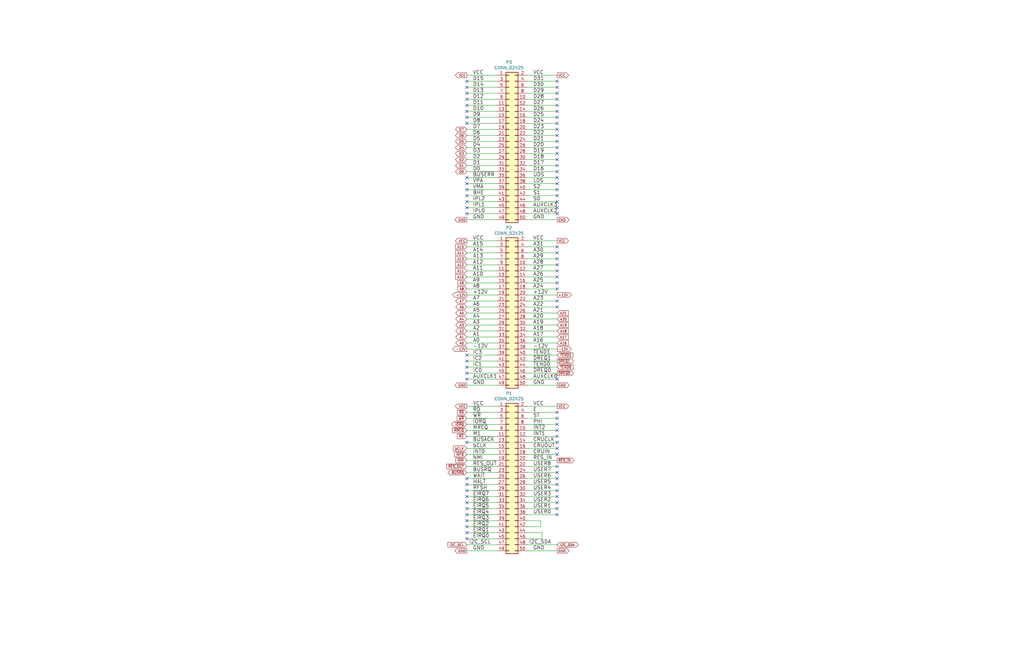
<source format=kicad_sch>
(kicad_sch (version 20211123) (generator eeschema)

  (uuid 4ad18172-4a6b-4b2c-b4ba-cae1aefed81c)

  (paper "B")

  (title_block
    (title "Duodyne 6809 CPU board")
    (date "2023-12-29")
    (rev "V1.00")
  )

  (lib_symbols
    (symbol "Connector_Generic:Conn_02x25_Odd_Even" (pin_names (offset 1.016) hide) (in_bom yes) (on_board yes)
      (property "Reference" "J" (id 0) (at 1.27 33.02 0)
        (effects (font (size 1.27 1.27)))
      )
      (property "Value" "Conn_02x25_Odd_Even" (id 1) (at 1.27 -33.02 0)
        (effects (font (size 1.27 1.27)))
      )
      (property "Footprint" "" (id 2) (at 0 0 0)
        (effects (font (size 1.27 1.27)) hide)
      )
      (property "Datasheet" "~" (id 3) (at 0 0 0)
        (effects (font (size 1.27 1.27)) hide)
      )
      (property "ki_keywords" "connector" (id 4) (at 0 0 0)
        (effects (font (size 1.27 1.27)) hide)
      )
      (property "ki_description" "Generic connector, double row, 02x25, odd/even pin numbering scheme (row 1 odd numbers, row 2 even numbers), script generated (kicad-library-utils/schlib/autogen/connector/)" (id 5) (at 0 0 0)
        (effects (font (size 1.27 1.27)) hide)
      )
      (property "ki_fp_filters" "Connector*:*_2x??_*" (id 6) (at 0 0 0)
        (effects (font (size 1.27 1.27)) hide)
      )
      (symbol "Conn_02x25_Odd_Even_1_1"
        (rectangle (start -1.27 -30.353) (end 0 -30.607)
          (stroke (width 0.1524) (type default) (color 0 0 0 0))
          (fill (type none))
        )
        (rectangle (start -1.27 -27.813) (end 0 -28.067)
          (stroke (width 0.1524) (type default) (color 0 0 0 0))
          (fill (type none))
        )
        (rectangle (start -1.27 -25.273) (end 0 -25.527)
          (stroke (width 0.1524) (type default) (color 0 0 0 0))
          (fill (type none))
        )
        (rectangle (start -1.27 -22.733) (end 0 -22.987)
          (stroke (width 0.1524) (type default) (color 0 0 0 0))
          (fill (type none))
        )
        (rectangle (start -1.27 -20.193) (end 0 -20.447)
          (stroke (width 0.1524) (type default) (color 0 0 0 0))
          (fill (type none))
        )
        (rectangle (start -1.27 -17.653) (end 0 -17.907)
          (stroke (width 0.1524) (type default) (color 0 0 0 0))
          (fill (type none))
        )
        (rectangle (start -1.27 -15.113) (end 0 -15.367)
          (stroke (width 0.1524) (type default) (color 0 0 0 0))
          (fill (type none))
        )
        (rectangle (start -1.27 -12.573) (end 0 -12.827)
          (stroke (width 0.1524) (type default) (color 0 0 0 0))
          (fill (type none))
        )
        (rectangle (start -1.27 -10.033) (end 0 -10.287)
          (stroke (width 0.1524) (type default) (color 0 0 0 0))
          (fill (type none))
        )
        (rectangle (start -1.27 -7.493) (end 0 -7.747)
          (stroke (width 0.1524) (type default) (color 0 0 0 0))
          (fill (type none))
        )
        (rectangle (start -1.27 -4.953) (end 0 -5.207)
          (stroke (width 0.1524) (type default) (color 0 0 0 0))
          (fill (type none))
        )
        (rectangle (start -1.27 -2.413) (end 0 -2.667)
          (stroke (width 0.1524) (type default) (color 0 0 0 0))
          (fill (type none))
        )
        (rectangle (start -1.27 0.127) (end 0 -0.127)
          (stroke (width 0.1524) (type default) (color 0 0 0 0))
          (fill (type none))
        )
        (rectangle (start -1.27 2.667) (end 0 2.413)
          (stroke (width 0.1524) (type default) (color 0 0 0 0))
          (fill (type none))
        )
        (rectangle (start -1.27 5.207) (end 0 4.953)
          (stroke (width 0.1524) (type default) (color 0 0 0 0))
          (fill (type none))
        )
        (rectangle (start -1.27 7.747) (end 0 7.493)
          (stroke (width 0.1524) (type default) (color 0 0 0 0))
          (fill (type none))
        )
        (rectangle (start -1.27 10.287) (end 0 10.033)
          (stroke (width 0.1524) (type default) (color 0 0 0 0))
          (fill (type none))
        )
        (rectangle (start -1.27 12.827) (end 0 12.573)
          (stroke (width 0.1524) (type default) (color 0 0 0 0))
          (fill (type none))
        )
        (rectangle (start -1.27 15.367) (end 0 15.113)
          (stroke (width 0.1524) (type default) (color 0 0 0 0))
          (fill (type none))
        )
        (rectangle (start -1.27 17.907) (end 0 17.653)
          (stroke (width 0.1524) (type default) (color 0 0 0 0))
          (fill (type none))
        )
        (rectangle (start -1.27 20.447) (end 0 20.193)
          (stroke (width 0.1524) (type default) (color 0 0 0 0))
          (fill (type none))
        )
        (rectangle (start -1.27 22.987) (end 0 22.733)
          (stroke (width 0.1524) (type default) (color 0 0 0 0))
          (fill (type none))
        )
        (rectangle (start -1.27 25.527) (end 0 25.273)
          (stroke (width 0.1524) (type default) (color 0 0 0 0))
          (fill (type none))
        )
        (rectangle (start -1.27 28.067) (end 0 27.813)
          (stroke (width 0.1524) (type default) (color 0 0 0 0))
          (fill (type none))
        )
        (rectangle (start -1.27 30.607) (end 0 30.353)
          (stroke (width 0.1524) (type default) (color 0 0 0 0))
          (fill (type none))
        )
        (rectangle (start -1.27 31.75) (end 3.81 -31.75)
          (stroke (width 0.254) (type default) (color 0 0 0 0))
          (fill (type background))
        )
        (rectangle (start 3.81 -30.353) (end 2.54 -30.607)
          (stroke (width 0.1524) (type default) (color 0 0 0 0))
          (fill (type none))
        )
        (rectangle (start 3.81 -27.813) (end 2.54 -28.067)
          (stroke (width 0.1524) (type default) (color 0 0 0 0))
          (fill (type none))
        )
        (rectangle (start 3.81 -25.273) (end 2.54 -25.527)
          (stroke (width 0.1524) (type default) (color 0 0 0 0))
          (fill (type none))
        )
        (rectangle (start 3.81 -22.733) (end 2.54 -22.987)
          (stroke (width 0.1524) (type default) (color 0 0 0 0))
          (fill (type none))
        )
        (rectangle (start 3.81 -20.193) (end 2.54 -20.447)
          (stroke (width 0.1524) (type default) (color 0 0 0 0))
          (fill (type none))
        )
        (rectangle (start 3.81 -17.653) (end 2.54 -17.907)
          (stroke (width 0.1524) (type default) (color 0 0 0 0))
          (fill (type none))
        )
        (rectangle (start 3.81 -15.113) (end 2.54 -15.367)
          (stroke (width 0.1524) (type default) (color 0 0 0 0))
          (fill (type none))
        )
        (rectangle (start 3.81 -12.573) (end 2.54 -12.827)
          (stroke (width 0.1524) (type default) (color 0 0 0 0))
          (fill (type none))
        )
        (rectangle (start 3.81 -10.033) (end 2.54 -10.287)
          (stroke (width 0.1524) (type default) (color 0 0 0 0))
          (fill (type none))
        )
        (rectangle (start 3.81 -7.493) (end 2.54 -7.747)
          (stroke (width 0.1524) (type default) (color 0 0 0 0))
          (fill (type none))
        )
        (rectangle (start 3.81 -4.953) (end 2.54 -5.207)
          (stroke (width 0.1524) (type default) (color 0 0 0 0))
          (fill (type none))
        )
        (rectangle (start 3.81 -2.413) (end 2.54 -2.667)
          (stroke (width 0.1524) (type default) (color 0 0 0 0))
          (fill (type none))
        )
        (rectangle (start 3.81 0.127) (end 2.54 -0.127)
          (stroke (width 0.1524) (type default) (color 0 0 0 0))
          (fill (type none))
        )
        (rectangle (start 3.81 2.667) (end 2.54 2.413)
          (stroke (width 0.1524) (type default) (color 0 0 0 0))
          (fill (type none))
        )
        (rectangle (start 3.81 5.207) (end 2.54 4.953)
          (stroke (width 0.1524) (type default) (color 0 0 0 0))
          (fill (type none))
        )
        (rectangle (start 3.81 7.747) (end 2.54 7.493)
          (stroke (width 0.1524) (type default) (color 0 0 0 0))
          (fill (type none))
        )
        (rectangle (start 3.81 10.287) (end 2.54 10.033)
          (stroke (width 0.1524) (type default) (color 0 0 0 0))
          (fill (type none))
        )
        (rectangle (start 3.81 12.827) (end 2.54 12.573)
          (stroke (width 0.1524) (type default) (color 0 0 0 0))
          (fill (type none))
        )
        (rectangle (start 3.81 15.367) (end 2.54 15.113)
          (stroke (width 0.1524) (type default) (color 0 0 0 0))
          (fill (type none))
        )
        (rectangle (start 3.81 17.907) (end 2.54 17.653)
          (stroke (width 0.1524) (type default) (color 0 0 0 0))
          (fill (type none))
        )
        (rectangle (start 3.81 20.447) (end 2.54 20.193)
          (stroke (width 0.1524) (type default) (color 0 0 0 0))
          (fill (type none))
        )
        (rectangle (start 3.81 22.987) (end 2.54 22.733)
          (stroke (width 0.1524) (type default) (color 0 0 0 0))
          (fill (type none))
        )
        (rectangle (start 3.81 25.527) (end 2.54 25.273)
          (stroke (width 0.1524) (type default) (color 0 0 0 0))
          (fill (type none))
        )
        (rectangle (start 3.81 28.067) (end 2.54 27.813)
          (stroke (width 0.1524) (type default) (color 0 0 0 0))
          (fill (type none))
        )
        (rectangle (start 3.81 30.607) (end 2.54 30.353)
          (stroke (width 0.1524) (type default) (color 0 0 0 0))
          (fill (type none))
        )
        (pin passive line (at -5.08 30.48 0) (length 3.81)
          (name "Pin_1" (effects (font (size 1.27 1.27))))
          (number "1" (effects (font (size 1.27 1.27))))
        )
        (pin passive line (at 7.62 20.32 180) (length 3.81)
          (name "Pin_10" (effects (font (size 1.27 1.27))))
          (number "10" (effects (font (size 1.27 1.27))))
        )
        (pin passive line (at -5.08 17.78 0) (length 3.81)
          (name "Pin_11" (effects (font (size 1.27 1.27))))
          (number "11" (effects (font (size 1.27 1.27))))
        )
        (pin passive line (at 7.62 17.78 180) (length 3.81)
          (name "Pin_12" (effects (font (size 1.27 1.27))))
          (number "12" (effects (font (size 1.27 1.27))))
        )
        (pin passive line (at -5.08 15.24 0) (length 3.81)
          (name "Pin_13" (effects (font (size 1.27 1.27))))
          (number "13" (effects (font (size 1.27 1.27))))
        )
        (pin passive line (at 7.62 15.24 180) (length 3.81)
          (name "Pin_14" (effects (font (size 1.27 1.27))))
          (number "14" (effects (font (size 1.27 1.27))))
        )
        (pin passive line (at -5.08 12.7 0) (length 3.81)
          (name "Pin_15" (effects (font (size 1.27 1.27))))
          (number "15" (effects (font (size 1.27 1.27))))
        )
        (pin passive line (at 7.62 12.7 180) (length 3.81)
          (name "Pin_16" (effects (font (size 1.27 1.27))))
          (number "16" (effects (font (size 1.27 1.27))))
        )
        (pin passive line (at -5.08 10.16 0) (length 3.81)
          (name "Pin_17" (effects (font (size 1.27 1.27))))
          (number "17" (effects (font (size 1.27 1.27))))
        )
        (pin passive line (at 7.62 10.16 180) (length 3.81)
          (name "Pin_18" (effects (font (size 1.27 1.27))))
          (number "18" (effects (font (size 1.27 1.27))))
        )
        (pin passive line (at -5.08 7.62 0) (length 3.81)
          (name "Pin_19" (effects (font (size 1.27 1.27))))
          (number "19" (effects (font (size 1.27 1.27))))
        )
        (pin passive line (at 7.62 30.48 180) (length 3.81)
          (name "Pin_2" (effects (font (size 1.27 1.27))))
          (number "2" (effects (font (size 1.27 1.27))))
        )
        (pin passive line (at 7.62 7.62 180) (length 3.81)
          (name "Pin_20" (effects (font (size 1.27 1.27))))
          (number "20" (effects (font (size 1.27 1.27))))
        )
        (pin passive line (at -5.08 5.08 0) (length 3.81)
          (name "Pin_21" (effects (font (size 1.27 1.27))))
          (number "21" (effects (font (size 1.27 1.27))))
        )
        (pin passive line (at 7.62 5.08 180) (length 3.81)
          (name "Pin_22" (effects (font (size 1.27 1.27))))
          (number "22" (effects (font (size 1.27 1.27))))
        )
        (pin passive line (at -5.08 2.54 0) (length 3.81)
          (name "Pin_23" (effects (font (size 1.27 1.27))))
          (number "23" (effects (font (size 1.27 1.27))))
        )
        (pin passive line (at 7.62 2.54 180) (length 3.81)
          (name "Pin_24" (effects (font (size 1.27 1.27))))
          (number "24" (effects (font (size 1.27 1.27))))
        )
        (pin passive line (at -5.08 0 0) (length 3.81)
          (name "Pin_25" (effects (font (size 1.27 1.27))))
          (number "25" (effects (font (size 1.27 1.27))))
        )
        (pin passive line (at 7.62 0 180) (length 3.81)
          (name "Pin_26" (effects (font (size 1.27 1.27))))
          (number "26" (effects (font (size 1.27 1.27))))
        )
        (pin passive line (at -5.08 -2.54 0) (length 3.81)
          (name "Pin_27" (effects (font (size 1.27 1.27))))
          (number "27" (effects (font (size 1.27 1.27))))
        )
        (pin passive line (at 7.62 -2.54 180) (length 3.81)
          (name "Pin_28" (effects (font (size 1.27 1.27))))
          (number "28" (effects (font (size 1.27 1.27))))
        )
        (pin passive line (at -5.08 -5.08 0) (length 3.81)
          (name "Pin_29" (effects (font (size 1.27 1.27))))
          (number "29" (effects (font (size 1.27 1.27))))
        )
        (pin passive line (at -5.08 27.94 0) (length 3.81)
          (name "Pin_3" (effects (font (size 1.27 1.27))))
          (number "3" (effects (font (size 1.27 1.27))))
        )
        (pin passive line (at 7.62 -5.08 180) (length 3.81)
          (name "Pin_30" (effects (font (size 1.27 1.27))))
          (number "30" (effects (font (size 1.27 1.27))))
        )
        (pin passive line (at -5.08 -7.62 0) (length 3.81)
          (name "Pin_31" (effects (font (size 1.27 1.27))))
          (number "31" (effects (font (size 1.27 1.27))))
        )
        (pin passive line (at 7.62 -7.62 180) (length 3.81)
          (name "Pin_32" (effects (font (size 1.27 1.27))))
          (number "32" (effects (font (size 1.27 1.27))))
        )
        (pin passive line (at -5.08 -10.16 0) (length 3.81)
          (name "Pin_33" (effects (font (size 1.27 1.27))))
          (number "33" (effects (font (size 1.27 1.27))))
        )
        (pin passive line (at 7.62 -10.16 180) (length 3.81)
          (name "Pin_34" (effects (font (size 1.27 1.27))))
          (number "34" (effects (font (size 1.27 1.27))))
        )
        (pin passive line (at -5.08 -12.7 0) (length 3.81)
          (name "Pin_35" (effects (font (size 1.27 1.27))))
          (number "35" (effects (font (size 1.27 1.27))))
        )
        (pin passive line (at 7.62 -12.7 180) (length 3.81)
          (name "Pin_36" (effects (font (size 1.27 1.27))))
          (number "36" (effects (font (size 1.27 1.27))))
        )
        (pin passive line (at -5.08 -15.24 0) (length 3.81)
          (name "Pin_37" (effects (font (size 1.27 1.27))))
          (number "37" (effects (font (size 1.27 1.27))))
        )
        (pin passive line (at 7.62 -15.24 180) (length 3.81)
          (name "Pin_38" (effects (font (size 1.27 1.27))))
          (number "38" (effects (font (size 1.27 1.27))))
        )
        (pin passive line (at -5.08 -17.78 0) (length 3.81)
          (name "Pin_39" (effects (font (size 1.27 1.27))))
          (number "39" (effects (font (size 1.27 1.27))))
        )
        (pin passive line (at 7.62 27.94 180) (length 3.81)
          (name "Pin_4" (effects (font (size 1.27 1.27))))
          (number "4" (effects (font (size 1.27 1.27))))
        )
        (pin passive line (at 7.62 -17.78 180) (length 3.81)
          (name "Pin_40" (effects (font (size 1.27 1.27))))
          (number "40" (effects (font (size 1.27 1.27))))
        )
        (pin passive line (at -5.08 -20.32 0) (length 3.81)
          (name "Pin_41" (effects (font (size 1.27 1.27))))
          (number "41" (effects (font (size 1.27 1.27))))
        )
        (pin passive line (at 7.62 -20.32 180) (length 3.81)
          (name "Pin_42" (effects (font (size 1.27 1.27))))
          (number "42" (effects (font (size 1.27 1.27))))
        )
        (pin passive line (at -5.08 -22.86 0) (length 3.81)
          (name "Pin_43" (effects (font (size 1.27 1.27))))
          (number "43" (effects (font (size 1.27 1.27))))
        )
        (pin passive line (at 7.62 -22.86 180) (length 3.81)
          (name "Pin_44" (effects (font (size 1.27 1.27))))
          (number "44" (effects (font (size 1.27 1.27))))
        )
        (pin passive line (at -5.08 -25.4 0) (length 3.81)
          (name "Pin_45" (effects (font (size 1.27 1.27))))
          (number "45" (effects (font (size 1.27 1.27))))
        )
        (pin passive line (at 7.62 -25.4 180) (length 3.81)
          (name "Pin_46" (effects (font (size 1.27 1.27))))
          (number "46" (effects (font (size 1.27 1.27))))
        )
        (pin passive line (at -5.08 -27.94 0) (length 3.81)
          (name "Pin_47" (effects (font (size 1.27 1.27))))
          (number "47" (effects (font (size 1.27 1.27))))
        )
        (pin passive line (at 7.62 -27.94 180) (length 3.81)
          (name "Pin_48" (effects (font (size 1.27 1.27))))
          (number "48" (effects (font (size 1.27 1.27))))
        )
        (pin passive line (at -5.08 -30.48 0) (length 3.81)
          (name "Pin_49" (effects (font (size 1.27 1.27))))
          (number "49" (effects (font (size 1.27 1.27))))
        )
        (pin passive line (at -5.08 25.4 0) (length 3.81)
          (name "Pin_5" (effects (font (size 1.27 1.27))))
          (number "5" (effects (font (size 1.27 1.27))))
        )
        (pin passive line (at 7.62 -30.48 180) (length 3.81)
          (name "Pin_50" (effects (font (size 1.27 1.27))))
          (number "50" (effects (font (size 1.27 1.27))))
        )
        (pin passive line (at 7.62 25.4 180) (length 3.81)
          (name "Pin_6" (effects (font (size 1.27 1.27))))
          (number "6" (effects (font (size 1.27 1.27))))
        )
        (pin passive line (at -5.08 22.86 0) (length 3.81)
          (name "Pin_7" (effects (font (size 1.27 1.27))))
          (number "7" (effects (font (size 1.27 1.27))))
        )
        (pin passive line (at 7.62 22.86 180) (length 3.81)
          (name "Pin_8" (effects (font (size 1.27 1.27))))
          (number "8" (effects (font (size 1.27 1.27))))
        )
        (pin passive line (at -5.08 20.32 0) (length 3.81)
          (name "Pin_9" (effects (font (size 1.27 1.27))))
          (number "9" (effects (font (size 1.27 1.27))))
        )
      )
    )
  )


  (no_connect (at 234.95 34.29) (uuid 058969fd-78a3-4233-b47b-1da5d6f2d070))
  (no_connect (at 196.85 157.48) (uuid 07c2a645-a798-41db-8926-3f3444f14e05))
  (no_connect (at 234.95 217.17) (uuid 0c3a598a-2ffd-4c4e-85fe-0138cc30c094))
  (no_connect (at 234.95 212.09) (uuid 10992f37-698d-41fc-8830-e768e44e43b9))
  (no_connect (at 234.95 116.84) (uuid 1197d0c6-071c-4c52-9753-fe6c00e01cf2))
  (no_connect (at 196.85 41.91) (uuid 154e3dd9-a480-438a-8fc1-2f9876e7351d))
  (no_connect (at 196.85 85.09) (uuid 1b05d6ce-8d6b-463a-ae45-0b2ef9c5353b))
  (no_connect (at 234.95 199.39) (uuid 1c2e7d16-6239-403f-9001-7d481254ecbf))
  (no_connect (at 196.85 219.71) (uuid 1cb299c6-0b34-4705-95a8-27996b699737))
  (no_connect (at 196.85 214.63) (uuid 1d325a56-508e-4a9d-99f0-5200880677bd))
  (no_connect (at 234.95 184.15) (uuid 1e5eb35c-6dac-4b5e-8aa4-ea50aa7c9e87))
  (no_connect (at 234.95 41.91) (uuid 20151a36-6bbb-4769-9ffd-b60cfed7489f))
  (no_connect (at 196.85 224.79) (uuid 2259e7e1-0034-4c83-8b9d-47adead892fb))
  (no_connect (at 196.85 149.86) (uuid 241875f9-6e2d-4b32-a6ab-840c71c6472a))
  (no_connect (at 234.95 90.17) (uuid 251bfc8e-ebea-4e00-945d-723f85811d85))
  (no_connect (at 234.95 64.77) (uuid 261b3621-8dab-46b1-b290-04ac3ace5f22))
  (no_connect (at 196.85 201.93) (uuid 27f45c55-caff-4faf-aca4-99e04dbbb838))
  (no_connect (at 234.95 85.09) (uuid 28cbdf6f-67a6-4e61-940e-0a5eb0664898))
  (no_connect (at 196.85 36.83) (uuid 2ce7c871-a025-42f0-a9c0-3f3f12d6ea84))
  (no_connect (at 234.95 36.83) (uuid 3357bf0a-7d12-48d3-8c96-ffdd80b3afe4))
  (no_connect (at 196.85 52.07) (uuid 34265a5e-a160-4caa-a5ac-c69b264deb14))
  (no_connect (at 234.95 69.85) (uuid 350c3d8f-3ef3-4021-953f-707f329af542))
  (no_connect (at 196.85 222.25) (uuid 3857fc6e-6bc0-49e4-af9b-c9e833633446))
  (no_connect (at 234.95 77.47) (uuid 3a89ae60-3f34-42e6-82e6-87eed8445bfb))
  (no_connect (at 234.95 196.85) (uuid 3ba7135b-42a8-4cc3-afb5-1457aeb7447e))
  (no_connect (at 196.85 152.4) (uuid 3ef909ec-10d8-4f2e-b814-39c24c77d748))
  (no_connect (at 234.95 181.61) (uuid 41f2aade-923d-445a-b0a9-aeeb2e8d4b20))
  (no_connect (at 234.95 39.37) (uuid 4af16dab-a20d-492f-b984-d0ef7db2111f))
  (no_connect (at 234.95 204.47) (uuid 4b5dc6b0-421f-4993-a031-a2c8f979b013))
  (no_connect (at 234.95 214.63) (uuid 4c3b8d3d-851e-4f04-a10f-f8c7726ed25f))
  (no_connect (at 234.95 106.68) (uuid 4f07c253-ac36-4cc8-82ff-a81aec64d778))
  (no_connect (at 234.95 186.69) (uuid 4fea853b-162a-4ed3-a356-6b8d54307e59))
  (no_connect (at 196.85 227.33) (uuid 519b775b-9648-48e8-8c42-c98f2df25e15))
  (no_connect (at 196.85 34.29) (uuid 5937d7f0-0c47-4ed0-9064-434974a9947c))
  (no_connect (at 196.85 49.53) (uuid 5989a81b-9f7c-4c55-9b2d-cbb07b9388ce))
  (no_connect (at 234.95 201.93) (uuid 5db7ef13-d513-4f02-aae8-1626ba59097b))
  (no_connect (at 234.95 104.14) (uuid 60cf3256-2b4b-48fe-bb00-613ace6bcd2d))
  (no_connect (at 234.95 173.99) (uuid 6433fa88-f4a4-46c0-bcbc-f7b34b99fb01))
  (no_connect (at 234.95 191.77) (uuid 66df14de-ae8d-42b0-a56b-fd9679e82fc7))
  (no_connect (at 234.95 189.23) (uuid 67ce1656-bca6-401b-9c77-6c2bb5fd5275))
  (no_connect (at 234.95 59.69) (uuid 690e20ab-edd9-4ba0-a4bf-b38be5d67b42))
  (no_connect (at 234.95 80.01) (uuid 70ffb159-47bf-4901-a685-63b72c6889cc))
  (no_connect (at 234.95 74.93) (uuid 71b52b14-a770-4a34-a614-cb576077a499))
  (no_connect (at 234.95 127) (uuid 76fc6c52-2268-447c-8905-3cab0d394378))
  (no_connect (at 234.95 209.55) (uuid 79d8dc3c-ce4d-4c3f-805e-16965709a2c0))
  (no_connect (at 234.95 52.07) (uuid 8357590e-19d8-4254-860f-578f2cb3fd24))
  (no_connect (at 196.85 77.47) (uuid 8d03f8b4-3ec1-4e76-8572-a73deea13ba1))
  (no_connect (at 196.85 212.09) (uuid 8dd514d7-b58d-4bf9-a88c-12e924e8452e))
  (no_connect (at 234.95 62.23) (uuid 90f67c2f-74cb-44d4-b959-4845d22d8b0a))
  (no_connect (at 196.85 82.55) (uuid 916fb3b8-25d5-4098-a3fc-27f3a0c7e92b))
  (no_connect (at 234.95 109.22) (uuid 91fbca0a-9856-46b2-85e3-537f00eae2d2))
  (no_connect (at 196.85 204.47) (uuid 93844307-4981-4a02-9629-52138d87c85a))
  (no_connect (at 234.95 121.92) (uuid 93975b8f-b648-4f27-a3df-e5db856c71f6))
  (no_connect (at 196.85 90.17) (uuid 958b95b7-587b-4764-9b99-e4e95d1c7a3f))
  (no_connect (at 234.95 44.45) (uuid 98f83a09-56ac-4616-a95c-45d8568e571c))
  (no_connect (at 196.85 207.01) (uuid 9b7454ba-740d-4730-b708-2ede1b47378e))
  (no_connect (at 234.95 111.76) (uuid 9d32d798-e23f-44f1-b6bc-5ccf9fe58bdf))
  (no_connect (at 196.85 217.17) (uuid a4ffff00-fc6f-4bac-b1ba-6ec836904cb8))
  (no_connect (at 234.95 54.61) (uuid a6d76eab-6acb-41fd-8a5d-6de771d5c836))
  (no_connect (at 234.95 46.99) (uuid a84b8a97-96ce-4aa8-91fa-1a863c9a998a))
  (no_connect (at 234.95 49.53) (uuid aabb4104-d0bb-43ec-9663-1fb94effb5e5))
  (no_connect (at 234.95 72.39) (uuid b96ebb72-05f8-4377-b3df-eeb929275e18))
  (no_connect (at 234.95 207.01) (uuid ba9dfc33-d48e-4145-ac98-0fea8f5ce5ad))
  (no_connect (at 234.95 176.53) (uuid bc71f537-36fe-46b3-a522-05537469122c))
  (no_connect (at 196.85 154.94) (uuid c08bf363-fbf8-4063-bb40-ce04445d4f50))
  (no_connect (at 234.95 87.63) (uuid c568bf00-8f85-491f-827e-a71e4fb959d9))
  (no_connect (at 196.85 74.93) (uuid ccb2409b-d3da-43f8-9ffd-8146aff08b32))
  (no_connect (at 234.95 179.07) (uuid ceeb9d4a-886a-4c02-a10c-cdd5db7f9b44))
  (no_connect (at 196.85 209.55) (uuid d0554d0b-d162-45df-8f8c-52b6597febeb))
  (no_connect (at 234.95 119.38) (uuid d05fe3d2-b45c-4ddd-bbd1-b1f0ddfb7bbb))
  (no_connect (at 234.95 67.31) (uuid d477e638-5afa-431d-bf34-6143ba5e9a5c))
  (no_connect (at 234.95 114.3) (uuid d8fa4bb0-2841-40f6-a67b-0f52c428713c))
  (no_connect (at 196.85 87.63) (uuid df5ac77e-0bd9-4565-beed-6e479f696b1a))
  (no_connect (at 196.85 46.99) (uuid e4349b70-e785-41db-af53-59f85d867458))
  (no_connect (at 234.95 82.55) (uuid e65b6351-ae9c-4c58-b2a3-fdf5d714e311))
  (no_connect (at 196.85 39.37) (uuid eb9605b0-eb70-49f3-9a60-c04fbb8eceb5))
  (no_connect (at 234.95 129.54) (uuid f074fa15-c91f-409e-baa9-94abe16406ab))
  (no_connect (at 196.85 186.69) (uuid f3a85ac1-1a82-42aa-ae83-06048cf2a659))
  (no_connect (at 196.85 160.02) (uuid f57f0f49-80e7-4c86-9d78-b72c3cb2c743))
  (no_connect (at 234.95 57.15) (uuid f5dceb0f-9a5f-40e9-8751-469f0d245c06))
  (no_connect (at 196.85 80.01) (uuid f6377170-bd04-4c37-977a-0dfd483d5c45))
  (no_connect (at 234.95 160.02) (uuid fa379a91-66ab-4178-8113-c4b1366e39ea))
  (no_connect (at 196.85 44.45) (uuid ff412e31-7f63-42a9-971f-95670b7ac9a0))

  (wire (pts (xy 222.25 34.29) (xy 234.95 34.29))
    (stroke (width 0) (type default) (color 0 0 0 0))
    (uuid 015e6ae4-4a85-4f7d-a356-781cb7e06b02)
  )
  (wire (pts (xy 222.25 132.08) (xy 234.95 132.08))
    (stroke (width 0) (type default) (color 0 0 0 0))
    (uuid 01ae987f-e09d-4a13-bd92-8c99fe419fb5)
  )
  (wire (pts (xy 222.25 152.4) (xy 234.95 152.4))
    (stroke (width 0) (type default) (color 0 0 0 0))
    (uuid 03d9460c-2e49-41da-b998-0b86f92e053c)
  )
  (wire (pts (xy 196.85 214.63) (xy 209.55 214.63))
    (stroke (width 0) (type default) (color 0 0 0 0))
    (uuid 06087901-0561-4676-bb45-506736d9d2c2)
  )
  (wire (pts (xy 196.85 147.32) (xy 209.55 147.32))
    (stroke (width 0) (type default) (color 0 0 0 0))
    (uuid 062a3b59-80ee-4466-8c5e-ce05fe893949)
  )
  (wire (pts (xy 196.85 39.37) (xy 209.55 39.37))
    (stroke (width 0) (type default) (color 0 0 0 0))
    (uuid 088b26c8-e001-406f-956d-7bdd1e2b39e6)
  )
  (wire (pts (xy 196.85 114.3) (xy 209.55 114.3))
    (stroke (width 0) (type default) (color 0 0 0 0))
    (uuid 095ce988-0631-4eaf-be3e-181bd8c3ab70)
  )
  (wire (pts (xy 234.95 176.53) (xy 222.25 176.53))
    (stroke (width 0) (type default) (color 0 0 0 0))
    (uuid 0acf9111-3b4c-4670-9640-b7ff6f56dc63)
  )
  (wire (pts (xy 196.85 109.22) (xy 209.55 109.22))
    (stroke (width 0) (type default) (color 0 0 0 0))
    (uuid 0afc2acf-9823-4606-8473-ff6a4369ddb2)
  )
  (wire (pts (xy 222.25 44.45) (xy 234.95 44.45))
    (stroke (width 0) (type default) (color 0 0 0 0))
    (uuid 0c884251-b2f0-4206-922d-23e60890c8ff)
  )
  (wire (pts (xy 196.85 104.14) (xy 209.55 104.14))
    (stroke (width 0) (type default) (color 0 0 0 0))
    (uuid 1143724f-5f79-47ef-bced-ea946d3c82b4)
  )
  (wire (pts (xy 196.85 186.69) (xy 209.55 186.69))
    (stroke (width 0) (type default) (color 0 0 0 0))
    (uuid 149d89b9-4b6e-41a2-bbd2-4b901c2826c5)
  )
  (wire (pts (xy 222.25 101.6) (xy 234.95 101.6))
    (stroke (width 0) (type default) (color 0 0 0 0))
    (uuid 14a9207a-796f-47bb-94da-844edd1f8060)
  )
  (wire (pts (xy 196.85 64.77) (xy 209.55 64.77))
    (stroke (width 0) (type default) (color 0 0 0 0))
    (uuid 16ea66ad-6046-40c9-be55-432575d106c7)
  )
  (wire (pts (xy 196.85 224.79) (xy 209.55 224.79))
    (stroke (width 0) (type default) (color 0 0 0 0))
    (uuid 19a1879f-a7fe-4352-9558-c748cdcdc0a0)
  )
  (wire (pts (xy 222.25 212.09) (xy 234.95 212.09))
    (stroke (width 0) (type default) (color 0 0 0 0))
    (uuid 1d6ff72b-20ab-411c-9a9d-27595f841582)
  )
  (wire (pts (xy 222.25 72.39) (xy 234.95 72.39))
    (stroke (width 0) (type default) (color 0 0 0 0))
    (uuid 1da900cf-a19d-417c-9beb-de0733080b97)
  )
  (wire (pts (xy 196.85 121.92) (xy 209.55 121.92))
    (stroke (width 0) (type default) (color 0 0 0 0))
    (uuid 1ee85c3e-3b42-4263-8b10-7c569710b88d)
  )
  (wire (pts (xy 222.25 142.24) (xy 234.95 142.24))
    (stroke (width 0) (type default) (color 0 0 0 0))
    (uuid 1f6496ce-7bec-41f8-b88c-34c9025d9923)
  )
  (wire (pts (xy 222.25 31.75) (xy 234.95 31.75))
    (stroke (width 0) (type default) (color 0 0 0 0))
    (uuid 20d3ef78-257a-4906-99dd-d3a46b3343cf)
  )
  (wire (pts (xy 196.85 191.77) (xy 209.55 191.77))
    (stroke (width 0) (type default) (color 0 0 0 0))
    (uuid 216013b2-5c8b-4ed8-874c-e701f4dc69d6)
  )
  (wire (pts (xy 222.25 207.01) (xy 234.95 207.01))
    (stroke (width 0) (type default) (color 0 0 0 0))
    (uuid 2275ab55-2a17-493a-9e5c-658740db9b0f)
  )
  (wire (pts (xy 209.55 77.47) (xy 196.85 77.47))
    (stroke (width 0) (type default) (color 0 0 0 0))
    (uuid 2288caf2-a19b-491f-9eca-8df574b40125)
  )
  (wire (pts (xy 227.965 219.71) (xy 227.965 222.25))
    (stroke (width 0) (type default) (color 0 0 0 0))
    (uuid 22de3164-d9b5-4ea3-b9b8-3eff806bbb65)
  )
  (wire (pts (xy 222.25 39.37) (xy 234.95 39.37))
    (stroke (width 0) (type default) (color 0 0 0 0))
    (uuid 22de71a6-e918-4c27-b682-605ae6544548)
  )
  (wire (pts (xy 222.25 82.55) (xy 234.95 82.55))
    (stroke (width 0) (type default) (color 0 0 0 0))
    (uuid 257c6f54-7219-4234-94b8-f8bde1fae0f3)
  )
  (wire (pts (xy 222.25 147.32) (xy 234.95 147.32))
    (stroke (width 0) (type default) (color 0 0 0 0))
    (uuid 25f256c4-fc1f-4270-b8af-3f681820d4fe)
  )
  (wire (pts (xy 196.85 184.15) (xy 209.55 184.15))
    (stroke (width 0) (type default) (color 0 0 0 0))
    (uuid 2983c20e-2b6a-4507-9526-e0c2e1dc7a94)
  )
  (wire (pts (xy 196.85 134.62) (xy 209.55 134.62))
    (stroke (width 0) (type default) (color 0 0 0 0))
    (uuid 2ffd5d9f-bf92-4a99-93c4-124518a390f9)
  )
  (wire (pts (xy 196.85 139.7) (xy 209.55 139.7))
    (stroke (width 0) (type default) (color 0 0 0 0))
    (uuid 3025a445-7845-4c92-9ef2-775e14680b3c)
  )
  (wire (pts (xy 222.25 217.17) (xy 234.95 217.17))
    (stroke (width 0) (type default) (color 0 0 0 0))
    (uuid 30a1f3c3-8ffb-4174-8db2-f4494ebfba65)
  )
  (wire (pts (xy 196.85 57.15) (xy 209.55 57.15))
    (stroke (width 0) (type default) (color 0 0 0 0))
    (uuid 30aad04f-91ab-4729-aa19-eecac49f2ca3)
  )
  (wire (pts (xy 222.25 194.31) (xy 234.95 194.31))
    (stroke (width 0) (type default) (color 0 0 0 0))
    (uuid 30fe5710-fc44-448e-8901-4238bca5b0bf)
  )
  (wire (pts (xy 222.25 137.16) (xy 234.95 137.16))
    (stroke (width 0) (type default) (color 0 0 0 0))
    (uuid 356fdd1f-b5ed-443c-bc82-b2c9dc898812)
  )
  (wire (pts (xy 228.6 227.33) (xy 222.25 227.33))
    (stroke (width 0) (type default) (color 0 0 0 0))
    (uuid 37b9fe31-b746-402b-af1b-ea3b9c96db3a)
  )
  (wire (pts (xy 196.85 176.53) (xy 209.55 176.53))
    (stroke (width 0) (type default) (color 0 0 0 0))
    (uuid 3a3a0215-65e9-4d9b-895a-10d3a874ff5b)
  )
  (wire (pts (xy 196.85 67.31) (xy 209.55 67.31))
    (stroke (width 0) (type default) (color 0 0 0 0))
    (uuid 3a63b37f-a0e2-4ba3-9e29-b598b43aa08c)
  )
  (wire (pts (xy 222.25 36.83) (xy 234.95 36.83))
    (stroke (width 0) (type default) (color 0 0 0 0))
    (uuid 3b074c40-757b-4617-8f9d-f2141c679c70)
  )
  (wire (pts (xy 196.85 36.83) (xy 209.55 36.83))
    (stroke (width 0) (type default) (color 0 0 0 0))
    (uuid 3c6ee23d-51a3-4685-95dc-15fe747c6176)
  )
  (wire (pts (xy 222.25 52.07) (xy 234.95 52.07))
    (stroke (width 0) (type default) (color 0 0 0 0))
    (uuid 3d506672-72d5-42bc-aa01-4cd308f794d2)
  )
  (wire (pts (xy 234.95 184.15) (xy 222.25 184.15))
    (stroke (width 0) (type default) (color 0 0 0 0))
    (uuid 3f51dfce-f434-4cb6-b072-58423c5fa239)
  )
  (wire (pts (xy 196.85 171.45) (xy 209.55 171.45))
    (stroke (width 0) (type default) (color 0 0 0 0))
    (uuid 41e5ac7c-8860-4500-ba9a-70e208d7559f)
  )
  (wire (pts (xy 196.85 199.39) (xy 209.55 199.39))
    (stroke (width 0) (type default) (color 0 0 0 0))
    (uuid 43090334-0a0f-4e28-adac-31caf4706c2f)
  )
  (wire (pts (xy 196.85 196.85) (xy 209.55 196.85))
    (stroke (width 0) (type default) (color 0 0 0 0))
    (uuid 435d406d-4be9-41cc-a531-cc9f88567716)
  )
  (wire (pts (xy 222.25 119.38) (xy 234.95 119.38))
    (stroke (width 0) (type default) (color 0 0 0 0))
    (uuid 4a3122f9-21e9-4aec-93d9-6e65679f13ee)
  )
  (wire (pts (xy 196.85 137.16) (xy 209.55 137.16))
    (stroke (width 0) (type default) (color 0 0 0 0))
    (uuid 4a7296dd-bcc7-4b1b-9672-49ae08106fcf)
  )
  (wire (pts (xy 196.85 54.61) (xy 209.55 54.61))
    (stroke (width 0) (type default) (color 0 0 0 0))
    (uuid 4cea438f-e83f-4f69-abfa-5f4b0ff2c311)
  )
  (wire (pts (xy 196.85 116.84) (xy 209.55 116.84))
    (stroke (width 0) (type default) (color 0 0 0 0))
    (uuid 52d96259-6691-4e52-aa13-9088221390d2)
  )
  (wire (pts (xy 222.25 160.02) (xy 234.95 160.02))
    (stroke (width 0) (type default) (color 0 0 0 0))
    (uuid 538c100d-9381-45ab-8bfa-2ead33d43609)
  )
  (wire (pts (xy 209.55 152.4) (xy 196.85 152.4))
    (stroke (width 0) (type default) (color 0 0 0 0))
    (uuid 5720b020-64c3-4251-b6f9-13103bb544ca)
  )
  (wire (pts (xy 222.25 67.31) (xy 234.95 67.31))
    (stroke (width 0) (type default) (color 0 0 0 0))
    (uuid 573d3863-ee0c-44a3-bcc9-4211af4ebd14)
  )
  (wire (pts (xy 234.95 173.99) (xy 222.25 173.99))
    (stroke (width 0) (type default) (color 0 0 0 0))
    (uuid 579c3322-ca77-4e8d-b28b-04e7d548e77a)
  )
  (wire (pts (xy 209.55 229.87) (xy 196.85 229.87))
    (stroke (width 0) (type default) (color 0 0 0 0))
    (uuid 58074ba5-2764-497f-bc47-9df3dfb99e38)
  )
  (wire (pts (xy 222.25 109.22) (xy 234.95 109.22))
    (stroke (width 0) (type default) (color 0 0 0 0))
    (uuid 593740b3-b836-4045-9d87-801a3213bdda)
  )
  (wire (pts (xy 196.85 209.55) (xy 209.55 209.55))
    (stroke (width 0) (type default) (color 0 0 0 0))
    (uuid 5af9e736-7361-462c-82a2-7bddf6be0300)
  )
  (wire (pts (xy 234.95 186.69) (xy 222.25 186.69))
    (stroke (width 0) (type default) (color 0 0 0 0))
    (uuid 5cfb28ca-b179-4fe5-a023-ed0c3f23eba4)
  )
  (wire (pts (xy 222.25 157.48) (xy 234.95 157.48))
    (stroke (width 0) (type default) (color 0 0 0 0))
    (uuid 5df3ed73-3702-455b-97ce-273fcedcb607)
  )
  (wire (pts (xy 222.25 41.91) (xy 234.95 41.91))
    (stroke (width 0) (type default) (color 0 0 0 0))
    (uuid 5f097677-6f11-4d97-ac79-f4fa73870fd2)
  )
  (wire (pts (xy 196.85 62.23) (xy 209.55 62.23))
    (stroke (width 0) (type default) (color 0 0 0 0))
    (uuid 5f57237e-e096-40c5-adcd-f440b47d1f51)
  )
  (wire (pts (xy 196.85 34.29) (xy 209.55 34.29))
    (stroke (width 0) (type default) (color 0 0 0 0))
    (uuid 60bcc42d-9ca1-4a89-88b7-aad9e8e125f8)
  )
  (wire (pts (xy 222.25 59.69) (xy 234.95 59.69))
    (stroke (width 0) (type default) (color 0 0 0 0))
    (uuid 61b1a632-438c-4a3d-8a45-47ed905c62b7)
  )
  (wire (pts (xy 227.965 222.25) (xy 222.25 222.25))
    (stroke (width 0) (type default) (color 0 0 0 0))
    (uuid 624f73c0-4f5b-4a71-b8a9-879a2494c667)
  )
  (wire (pts (xy 228.6 224.79) (xy 222.25 224.79))
    (stroke (width 0) (type default) (color 0 0 0 0))
    (uuid 62530d56-ede7-4197-a804-9a51c9beea39)
  )
  (wire (pts (xy 222.25 129.54) (xy 234.95 129.54))
    (stroke (width 0) (type default) (color 0 0 0 0))
    (uuid 628f4af4-4cba-4548-b142-4cae7071beb1)
  )
  (wire (pts (xy 196.85 101.6) (xy 209.55 101.6))
    (stroke (width 0) (type default) (color 0 0 0 0))
    (uuid 63d431ca-6487-4d89-8282-8bc9d8f907c6)
  )
  (wire (pts (xy 196.85 217.17) (xy 209.55 217.17))
    (stroke (width 0) (type default) (color 0 0 0 0))
    (uuid 669f34ec-f570-4a9c-9f48-1e58f143503f)
  )
  (wire (pts (xy 222.25 127) (xy 234.95 127))
    (stroke (width 0) (type default) (color 0 0 0 0))
    (uuid 6935052e-f04a-49c5-99bc-23f1ec55c1c9)
  )
  (wire (pts (xy 196.85 160.02) (xy 209.55 160.02))
    (stroke (width 0) (type default) (color 0 0 0 0))
    (uuid 6ade0a51-6103-49e8-a33a-7ba880bf06f4)
  )
  (wire (pts (xy 196.85 119.38) (xy 209.55 119.38))
    (stroke (width 0) (type default) (color 0 0 0 0))
    (uuid 6d2f0a5b-7e13-48ce-abe0-e9f669aeaeec)
  )
  (wire (pts (xy 222.25 121.92) (xy 234.95 121.92))
    (stroke (width 0) (type default) (color 0 0 0 0))
    (uuid 6ec9e388-faa2-47a4-878b-78abdd907470)
  )
  (wire (pts (xy 222.25 134.62) (xy 234.95 134.62))
    (stroke (width 0) (type default) (color 0 0 0 0))
    (uuid 713c7998-aa3c-4199-93da-605df28e6cc0)
  )
  (wire (pts (xy 222.25 85.09) (xy 234.95 85.09))
    (stroke (width 0) (type default) (color 0 0 0 0))
    (uuid 72ce35d6-8920-4cd5-bcc1-ce936200e7d9)
  )
  (wire (pts (xy 234.95 181.61) (xy 222.25 181.61))
    (stroke (width 0) (type default) (color 0 0 0 0))
    (uuid 74502f06-a905-4968-8c56-3ffe4018736b)
  )
  (wire (pts (xy 196.85 49.53) (xy 209.55 49.53))
    (stroke (width 0) (type default) (color 0 0 0 0))
    (uuid 747032fa-b8e2-45c4-9e0a-b3158541b948)
  )
  (wire (pts (xy 222.25 90.17) (xy 234.95 90.17))
    (stroke (width 0) (type default) (color 0 0 0 0))
    (uuid 76f6fe73-b91e-4d88-af07-947946b3562d)
  )
  (wire (pts (xy 196.85 204.47) (xy 209.55 204.47))
    (stroke (width 0) (type default) (color 0 0 0 0))
    (uuid 77698867-94d8-4ba1-9252-5d120746c043)
  )
  (wire (pts (xy 222.25 92.71) (xy 234.95 92.71))
    (stroke (width 0) (type default) (color 0 0 0 0))
    (uuid 78841758-66fe-4d98-8f87-fb018910fba9)
  )
  (wire (pts (xy 222.25 49.53) (xy 234.95 49.53))
    (stroke (width 0) (type default) (color 0 0 0 0))
    (uuid 78eb2276-b3f5-4eef-b03e-9155207de580)
  )
  (wire (pts (xy 196.85 207.01) (xy 209.55 207.01))
    (stroke (width 0) (type default) (color 0 0 0 0))
    (uuid 79caf572-e20a-4223-b89e-b25e52724949)
  )
  (wire (pts (xy 196.85 201.93) (xy 209.55 201.93))
    (stroke (width 0) (type default) (color 0 0 0 0))
    (uuid 79f74bbd-ee81-43e9-95d1-9ebc15069bb9)
  )
  (wire (pts (xy 196.85 111.76) (xy 209.55 111.76))
    (stroke (width 0) (type default) (color 0 0 0 0))
    (uuid 7af9325c-1ec0-473e-9bc9-d8df88f509d1)
  )
  (wire (pts (xy 234.95 229.87) (xy 222.25 229.87))
    (stroke (width 0) (type default) (color 0 0 0 0))
    (uuid 7c68025f-5fd9-4df2-99bb-793df69d1de5)
  )
  (wire (pts (xy 196.85 227.33) (xy 209.55 227.33))
    (stroke (width 0) (type default) (color 0 0 0 0))
    (uuid 7d6221bf-0a34-4bc4-856a-3cce7a56f26d)
  )
  (wire (pts (xy 222.25 74.93) (xy 234.95 74.93))
    (stroke (width 0) (type default) (color 0 0 0 0))
    (uuid 83a4188e-1197-49a7-9aa6-7618a4692392)
  )
  (wire (pts (xy 222.25 201.93) (xy 234.95 201.93))
    (stroke (width 0) (type default) (color 0 0 0 0))
    (uuid 87a2a8e1-4096-437a-b84b-1acc4ca3de7e)
  )
  (wire (pts (xy 209.55 80.01) (xy 196.85 80.01))
    (stroke (width 0) (type default) (color 0 0 0 0))
    (uuid 8c054099-2e9c-419a-a9b3-2ca18ca54d6f)
  )
  (wire (pts (xy 222.25 189.23) (xy 234.95 189.23))
    (stroke (width 0) (type default) (color 0 0 0 0))
    (uuid 8e3ca111-eeaf-406d-845a-6995a3f83be3)
  )
  (wire (pts (xy 222.25 46.99) (xy 234.95 46.99))
    (stroke (width 0) (type default) (color 0 0 0 0))
    (uuid 9039111d-0f80-4a87-af85-2ecf70bf33b0)
  )
  (wire (pts (xy 222.25 104.14) (xy 234.95 104.14))
    (stroke (width 0) (type default) (color 0 0 0 0))
    (uuid 91b55152-cc1e-4312-9b78-f7c07368b48c)
  )
  (wire (pts (xy 196.85 222.25) (xy 209.55 222.25))
    (stroke (width 0) (type default) (color 0 0 0 0))
    (uuid 940be0ae-9144-47e8-89cc-24d5473d6ac3)
  )
  (wire (pts (xy 222.25 209.55) (xy 234.95 209.55))
    (stroke (width 0) (type default) (color 0 0 0 0))
    (uuid 94dc98df-78ba-4148-917b-cbd7b0b0ce6e)
  )
  (wire (pts (xy 209.55 74.93) (xy 196.85 74.93))
    (stroke (width 0) (type default) (color 0 0 0 0))
    (uuid 95071ab8-a9bd-4ec4-8357-29fd201a7c22)
  )
  (wire (pts (xy 209.55 90.17) (xy 196.85 90.17))
    (stroke (width 0) (type default) (color 0 0 0 0))
    (uuid 972ab2da-5d2e-4be2-828d-72e43e11d4b0)
  )
  (wire (pts (xy 222.25 204.47) (xy 234.95 204.47))
    (stroke (width 0) (type default) (color 0 0 0 0))
    (uuid 9be38183-161d-4090-bb36-0e7957c166d9)
  )
  (wire (pts (xy 196.85 194.31) (xy 209.55 194.31))
    (stroke (width 0) (type default) (color 0 0 0 0))
    (uuid 9caa18cf-f695-4c1e-a68b-230b759212e6)
  )
  (wire (pts (xy 196.85 144.78) (xy 209.55 144.78))
    (stroke (width 0) (type default) (color 0 0 0 0))
    (uuid 9e26f15c-d804-44b7-889b-45fabc4fc51a)
  )
  (wire (pts (xy 196.85 69.85) (xy 209.55 69.85))
    (stroke (width 0) (type default) (color 0 0 0 0))
    (uuid 9f38d196-7d0c-40d6-b188-ee5afa398adc)
  )
  (wire (pts (xy 222.25 196.85) (xy 234.95 196.85))
    (stroke (width 0) (type default) (color 0 0 0 0))
    (uuid 9faaf744-1deb-49d1-bc48-7b8843ef6ca8)
  )
  (wire (pts (xy 222.25 106.68) (xy 234.95 106.68))
    (stroke (width 0) (type default) (color 0 0 0 0))
    (uuid a217bad3-d44e-4f44-9b36-7be55abcadf2)
  )
  (wire (pts (xy 227.965 219.71) (xy 222.25 219.71))
    (stroke (width 0) (type default) (color 0 0 0 0))
    (uuid a607c88f-f624-4cd9-9a2c-3eeaeffdf955)
  )
  (wire (pts (xy 222.25 214.63) (xy 234.95 214.63))
    (stroke (width 0) (type default) (color 0 0 0 0))
    (uuid a63419a1-20f8-45a9-b454-d6a3c51f3ea7)
  )
  (wire (pts (xy 222.25 199.39) (xy 234.95 199.39))
    (stroke (width 0) (type default) (color 0 0 0 0))
    (uuid a65eaddb-a009-4ab0-bc2c-bdbf9539179d)
  )
  (wire (pts (xy 196.85 162.56) (xy 209.55 162.56))
    (stroke (width 0) (type default) (color 0 0 0 0))
    (uuid a8b6ffc5-f4aa-4829-94d6-eba33a4564fd)
  )
  (wire (pts (xy 196.85 41.91) (xy 209.55 41.91))
    (stroke (width 0) (type default) (color 0 0 0 0))
    (uuid aa2e3645-53a8-46da-8835-c24887df089d)
  )
  (wire (pts (xy 228.6 224.79) (xy 228.6 227.33))
    (stroke (width 0) (type default) (color 0 0 0 0))
    (uuid abdb84fa-5c90-4e5e-9b04-7439e595635f)
  )
  (wire (pts (xy 196.85 232.41) (xy 209.55 232.41))
    (stroke (width 0) (type default) (color 0 0 0 0))
    (uuid ade92532-5b9e-47fb-9865-2a8eb9733a7b)
  )
  (wire (pts (xy 222.25 77.47) (xy 234.95 77.47))
    (stroke (width 0) (type default) (color 0 0 0 0))
    (uuid af9cc173-e701-4601-bafa-c7cfe9d0068f)
  )
  (wire (pts (xy 222.25 80.01) (xy 234.95 80.01))
    (stroke (width 0) (type default) (color 0 0 0 0))
    (uuid b00bb6f9-1c28-4f02-9724-32a3ca2b1c21)
  )
  (wire (pts (xy 196.85 106.68) (xy 209.55 106.68))
    (stroke (width 0) (type default) (color 0 0 0 0))
    (uuid b03c6473-5b48-493d-95e0-539e50fc0ed3)
  )
  (wire (pts (xy 209.55 82.55) (xy 196.85 82.55))
    (stroke (width 0) (type default) (color 0 0 0 0))
    (uuid b30d8147-7a85-40f3-a5e2-ef57c5e00fbe)
  )
  (wire (pts (xy 222.25 191.77) (xy 234.95 191.77))
    (stroke (width 0) (type default) (color 0 0 0 0))
    (uuid b5e4c221-3eca-4157-9442-db4477b1107d)
  )
  (wire (pts (xy 196.85 132.08) (xy 209.55 132.08))
    (stroke (width 0) (type default) (color 0 0 0 0))
    (uuid b5f207fc-dce5-4a60-b290-984cfe637378)
  )
  (wire (pts (xy 196.85 31.75) (xy 209.55 31.75))
    (stroke (width 0) (type default) (color 0 0 0 0))
    (uuid b7654728-a284-4bb0-8a4f-9cddd9b691dc)
  )
  (wire (pts (xy 222.25 54.61) (xy 234.95 54.61))
    (stroke (width 0) (type default) (color 0 0 0 0))
    (uuid b87dc6fa-f4ec-44e2-9af7-6e4e0e352c3e)
  )
  (wire (pts (xy 196.85 44.45) (xy 209.55 44.45))
    (stroke (width 0) (type default) (color 0 0 0 0))
    (uuid b8dd8835-048d-4c22-8811-da8d6d45352f)
  )
  (wire (pts (xy 222.25 144.78) (xy 234.95 144.78))
    (stroke (width 0) (type default) (color 0 0 0 0))
    (uuid bb0c6881-bd0a-43ba-889f-645b4b22f5bd)
  )
  (wire (pts (xy 222.25 124.46) (xy 234.95 124.46))
    (stroke (width 0) (type default) (color 0 0 0 0))
    (uuid bc97bec3-7562-4409-b3c7-071145c5699a)
  )
  (wire (pts (xy 222.25 232.41) (xy 234.95 232.41))
    (stroke (width 0) (type default) (color 0 0 0 0))
    (uuid bd140abc-56c3-42d2-8845-f43f2e41507e)
  )
  (wire (pts (xy 222.25 149.86) (xy 234.95 149.86))
    (stroke (width 0) (type default) (color 0 0 0 0))
    (uuid bf0a4af4-bb67-4458-8ef3-137fec18f598)
  )
  (wire (pts (xy 196.85 52.07) (xy 209.55 52.07))
    (stroke (width 0) (type default) (color 0 0 0 0))
    (uuid bfaf993e-9f74-4b11-840e-0add6faa7a0a)
  )
  (wire (pts (xy 209.55 149.86) (xy 196.85 149.86))
    (stroke (width 0) (type default) (color 0 0 0 0))
    (uuid c34fb5e2-06d9-4a14-a7a2-c3196de9ba4d)
  )
  (wire (pts (xy 196.85 92.71) (xy 209.55 92.71))
    (stroke (width 0) (type default) (color 0 0 0 0))
    (uuid c3949185-557c-4c0c-8d9e-d1bb05554da8)
  )
  (wire (pts (xy 222.25 139.7) (xy 234.95 139.7))
    (stroke (width 0) (type default) (color 0 0 0 0))
    (uuid c515950c-62ef-4f3b-9500-ca47cfe9f631)
  )
  (wire (pts (xy 196.85 127) (xy 209.55 127))
    (stroke (width 0) (type default) (color 0 0 0 0))
    (uuid c5bf0623-4a0a-41d0-92ff-adac0b0bf242)
  )
  (wire (pts (xy 222.25 57.15) (xy 234.95 57.15))
    (stroke (width 0) (type default) (color 0 0 0 0))
    (uuid c6217e4d-ad40-4581-a694-2e192da5b90f)
  )
  (wire (pts (xy 234.95 87.63) (xy 222.25 87.63))
    (stroke (width 0) (type default) (color 0 0 0 0))
    (uuid c7257ee1-e993-43b8-95f9-3df52d419ba8)
  )
  (wire (pts (xy 196.85 189.23) (xy 209.55 189.23))
    (stroke (width 0) (type default) (color 0 0 0 0))
    (uuid c86f74ee-63f5-4c43-9d13-ea87db1c9b75)
  )
  (wire (pts (xy 222.25 154.94) (xy 234.95 154.94))
    (stroke (width 0) (type default) (color 0 0 0 0))
    (uuid c9855540-e394-4dc1-ba0b-abf3a1c85e11)
  )
  (wire (pts (xy 222.25 64.77) (xy 234.95 64.77))
    (stroke (width 0) (type default) (color 0 0 0 0))
    (uuid cc930cb5-1f2a-4104-9cf2-0bde3585bc99)
  )
  (wire (pts (xy 234.95 179.07) (xy 222.25 179.07))
    (stroke (width 0) (type default) (color 0 0 0 0))
    (uuid cdae9cc4-24b4-4a69-b964-3aae8173369a)
  )
  (wire (pts (xy 196.85 46.99) (xy 209.55 46.99))
    (stroke (width 0) (type default) (color 0 0 0 0))
    (uuid ce9990a7-61ed-4be7-b4e3-eab5ebbc0ab2)
  )
  (wire (pts (xy 209.55 157.48) (xy 196.85 157.48))
    (stroke (width 0) (type default) (color 0 0 0 0))
    (uuid d0ddcba3-ca33-4335-a4a7-011b81e37bfa)
  )
  (wire (pts (xy 209.55 154.94) (xy 196.85 154.94))
    (stroke (width 0) (type default) (color 0 0 0 0))
    (uuid d228a33f-6b0f-44af-a38d-50d93305f3c5)
  )
  (wire (pts (xy 196.85 212.09) (xy 209.55 212.09))
    (stroke (width 0) (type default) (color 0 0 0 0))
    (uuid dc13d374-cbde-41a9-a972-92e979e3fd12)
  )
  (wire (pts (xy 196.85 129.54) (xy 209.55 129.54))
    (stroke (width 0) (type default) (color 0 0 0 0))
    (uuid dda393e8-624b-4b60-9b3b-dcc0f3631a2f)
  )
  (wire (pts (xy 222.25 111.76) (xy 234.95 111.76))
    (stroke (width 0) (type default) (color 0 0 0 0))
    (uuid de0142b5-daee-4813-9b67-ea15e846785f)
  )
  (wire (pts (xy 222.25 62.23) (xy 234.95 62.23))
    (stroke (width 0) (type default) (color 0 0 0 0))
    (uuid defface3-016a-4c44-8c2f-f64df93dcadd)
  )
  (wire (pts (xy 209.55 87.63) (xy 196.85 87.63))
    (stroke (width 0) (type default) (color 0 0 0 0))
    (uuid df18df6a-9c0e-4220-bdbc-fd11c7bc3ac7)
  )
  (wire (pts (xy 196.85 179.07) (xy 209.55 179.07))
    (stroke (width 0) (type default) (color 0 0 0 0))
    (uuid df59f677-d85d-46d2-b5d0-88f087b993b8)
  )
  (wire (pts (xy 196.85 142.24) (xy 209.55 142.24))
    (stroke (width 0) (type default) (color 0 0 0 0))
    (uuid e2cba64e-3a1a-4aa2-9aa3-dc71333670ee)
  )
  (wire (pts (xy 196.85 173.99) (xy 209.55 173.99))
    (stroke (width 0) (type default) (color 0 0 0 0))
    (uuid ea96c188-0ab8-45f7-86ce-42ca2e4285fd)
  )
  (wire (pts (xy 209.55 85.09) (xy 196.85 85.09))
    (stroke (width 0) (type default) (color 0 0 0 0))
    (uuid ecfd793a-ae88-44f9-b5e7-03076364901e)
  )
  (wire (pts (xy 196.85 72.39) (xy 209.55 72.39))
    (stroke (width 0) (type default) (color 0 0 0 0))
    (uuid ee4d3507-3eee-4f06-ab07-02358ed71ebd)
  )
  (wire (pts (xy 222.25 114.3) (xy 234.95 114.3))
    (stroke (width 0) (type default) (color 0 0 0 0))
    (uuid efb5d737-58dd-4e87-b2e9-2cd5069eb718)
  )
  (wire (pts (xy 222.25 69.85) (xy 234.95 69.85))
    (stroke (width 0) (type default) (color 0 0 0 0))
    (uuid efbeaa7f-dd1d-4bf3-826c-60c17e62c96c)
  )
  (wire (pts (xy 196.85 219.71) (xy 209.55 219.71))
    (stroke (width 0) (type default) (color 0 0 0 0))
    (uuid f011ff7e-3ab4-4b54-812c-60869f2118aa)
  )
  (wire (pts (xy 196.85 181.61) (xy 209.55 181.61))
    (stroke (width 0) (type default) (color 0 0 0 0))
    (uuid f0323760-bf49-4c94-863c-0765ecaa9dc2)
  )
  (wire (pts (xy 222.25 162.56) (xy 234.95 162.56))
    (stroke (width 0) (type default) (color 0 0 0 0))
    (uuid f5fa943b-5f30-44e3-bb79-a3feecfd3ac2)
  )
  (wire (pts (xy 196.85 59.69) (xy 209.55 59.69))
    (stroke (width 0) (type default) (color 0 0 0 0))
    (uuid f81c0a44-32b2-41c8-81cd-dcd1346b03fb)
  )
  (wire (pts (xy 222.25 116.84) (xy 234.95 116.84))
    (stroke (width 0) (type default) (color 0 0 0 0))
    (uuid f8b85d3f-07c6-4270-98fa-24b32d1139d3)
  )
  (wire (pts (xy 222.25 171.45) (xy 234.95 171.45))
    (stroke (width 0) (type default) (color 0 0 0 0))
    (uuid fb08c45e-4b12-484b-b765-2cc5aeb06cf8)
  )
  (wire (pts (xy 196.85 124.46) (xy 209.55 124.46))
    (stroke (width 0) (type default) (color 0 0 0 0))
    (uuid fd5dbba0-f189-4868-808b-f6475c82934d)
  )

  (label "+12V" (at 224.79 124.46 0)
    (effects (font (size 1.524 1.524)) (justify left bottom))
    (uuid 0b6d0478-63ce-415d-9fad-686071b3fdc4)
  )
  (label "~{IORQ}" (at 199.39 179.07 0)
    (effects (font (size 1.524 1.524)) (justify left bottom))
    (uuid 0cee3847-04f2-48ea-9080-75aaa50bf2ce)
  )
  (label "-12V" (at 224.79 147.32 0)
    (effects (font (size 1.524 1.524)) (justify left bottom))
    (uuid 0d1fe5a1-19c7-4cac-ab59-1ad19442d1e5)
  )
  (label "D27" (at 224.79 44.45 0)
    (effects (font (size 1.524 1.524)) (justify left bottom))
    (uuid 0d4e0d20-5b09-47ed-9855-b73b73c27d71)
  )
  (label "USER5" (at 224.79 204.47 0)
    (effects (font (size 1.524 1.524)) (justify left bottom))
    (uuid 0e82a0d6-ccf8-4d94-8005-06725ef5e105)
  )
  (label "~{EIRQ4}" (at 199.39 217.17 0)
    (effects (font (size 1.524 1.524)) (justify left bottom))
    (uuid 0f5a271a-dbc6-41b8-b092-5624f0e43613)
  )
  (label "D1" (at 199.39 69.85 0)
    (effects (font (size 1.524 1.524)) (justify left bottom))
    (uuid 100cc29b-7d44-4879-b50a-6267948ba42e)
  )
  (label "D5" (at 199.39 59.69 0)
    (effects (font (size 1.524 1.524)) (justify left bottom))
    (uuid 101cda62-3205-4ab0-81c2-1ac94a707adf)
  )
  (label "~{BHE}" (at 199.39 82.55 0)
    (effects (font (size 1.524 1.524)) (justify left bottom))
    (uuid 10ddfc8d-ca51-4ebf-97de-93062db17830)
  )
  (label "A30" (at 224.79 106.68 0)
    (effects (font (size 1.524 1.524)) (justify left bottom))
    (uuid 126abb13-b4bc-4fb7-8810-2ff3bb33e27b)
  )
  (label "GND" (at 199.39 162.56 0)
    (effects (font (size 1.524 1.524)) (justify left bottom))
    (uuid 1287b31d-fd6c-4660-bcf5-ee168ad6ddf9)
  )
  (label "~{INT0}" (at 199.39 191.77 0)
    (effects (font (size 1.524 1.524)) (justify left bottom))
    (uuid 12a6761d-edd0-4561-98f8-5e034d7ece5f)
  )
  (label "VCC" (at 224.79 101.6 0)
    (effects (font (size 1.524 1.524)) (justify left bottom))
    (uuid 135b713c-d2cb-4e82-b506-25835739abfe)
  )
  (label "I2C_SDA" (at 232.41 229.87 180)
    (effects (font (size 1.524 1.524)) (justify right bottom))
    (uuid 1ccfea42-3119-4dc2-b882-28153dd0e9df)
  )
  (label "A6" (at 199.39 129.54 0)
    (effects (font (size 1.524 1.524)) (justify left bottom))
    (uuid 1e091475-6552-47d5-97a6-03d18751903f)
  )
  (label "IC2" (at 199.39 152.4 0)
    (effects (font (size 1.524 1.524)) (justify left bottom))
    (uuid 1f4be086-f049-4115-8e8a-aa9cb0b31036)
  )
  (label "A22" (at 224.79 129.54 0)
    (effects (font (size 1.524 1.524)) (justify left bottom))
    (uuid 1fb69b1c-799e-415b-b199-2c4b76357631)
  )
  (label "A7" (at 199.39 127 0)
    (effects (font (size 1.524 1.524)) (justify left bottom))
    (uuid 254657be-4722-4c44-920c-263e0295f457)
  )
  (label "AUXCLK3" (at 224.79 87.63 0)
    (effects (font (size 1.524 1.524)) (justify left bottom))
    (uuid 256a02a6-4682-4297-ae3d-f59b077a3758)
  )
  (label "VCC" (at 199.39 101.6 0)
    (effects (font (size 1.524 1.524)) (justify left bottom))
    (uuid 25f4a9b7-fd8e-43f2-88ae-45c8a2207197)
  )
  (label "D0" (at 199.39 72.39 0)
    (effects (font (size 1.524 1.524)) (justify left bottom))
    (uuid 2a91fc43-df5c-4adb-b800-b81aeb357032)
  )
  (label "D13" (at 199.39 39.37 0)
    (effects (font (size 1.524 1.524)) (justify left bottom))
    (uuid 2ae1c80c-472e-48ab-900a-1442616177bb)
  )
  (label "AUXCLK1" (at 199.39 160.02 0)
    (effects (font (size 1.524 1.524)) (justify left bottom))
    (uuid 2c1a610e-df0a-44ca-ac57-8c294fe15f9b)
  )
  (label "A19" (at 224.79 137.16 0)
    (effects (font (size 1.524 1.524)) (justify left bottom))
    (uuid 2cf2d6fe-20d0-477d-b1f5-accb91dc8b51)
  )
  (label "IPL1" (at 199.39 87.63 0)
    (effects (font (size 1.524 1.524)) (justify left bottom))
    (uuid 2d768390-837d-4e6e-ada1-a264d87c0eb5)
  )
  (label "D29" (at 224.79 39.37 0)
    (effects (font (size 1.524 1.524)) (justify left bottom))
    (uuid 3244a838-9d72-4afd-a17f-add9cf716fde)
  )
  (label "GND" (at 224.79 92.71 0)
    (effects (font (size 1.524 1.524)) (justify left bottom))
    (uuid 32b2de6e-4b34-4914-bb35-83e3fc19214e)
  )
  (label "UDS" (at 224.79 74.93 0)
    (effects (font (size 1.524 1.524)) (justify left bottom))
    (uuid 37c38b30-ffae-4396-a944-a0ac075c6932)
  )
  (label "A4" (at 199.39 134.62 0)
    (effects (font (size 1.524 1.524)) (justify left bottom))
    (uuid 37d77424-80fd-47c0-b26a-f89ae49c515a)
  )
  (label "A25" (at 224.79 119.38 0)
    (effects (font (size 1.524 1.524)) (justify left bottom))
    (uuid 380dbe33-5b4c-42b7-b325-4db7f4f0810c)
  )
  (label "A1" (at 199.39 142.24 0)
    (effects (font (size 1.524 1.524)) (justify left bottom))
    (uuid 3b19d9f7-c87d-4b10-8629-653a7737a196)
  )
  (label "GND" (at 199.39 92.71 0)
    (effects (font (size 1.524 1.524)) (justify left bottom))
    (uuid 3b1ee2a1-6973-4d30-a00b-5859be5f8c83)
  )
  (label "A5" (at 199.39 132.08 0)
    (effects (font (size 1.524 1.524)) (justify left bottom))
    (uuid 3c0d8a82-b1f5-4deb-a0b1-a2acca047caf)
  )
  (label "~{EIRQ0}" (at 199.39 227.33 0)
    (effects (font (size 1.524 1.524)) (justify left bottom))
    (uuid 3ecadece-b8e9-4cee-8364-b0fb454b78ce)
  )
  (label "IC0" (at 199.39 157.48 0)
    (effects (font (size 1.524 1.524)) (justify left bottom))
    (uuid 404dccd2-2398-4725-9bfc-7189d4380eb7)
  )
  (label "D25" (at 224.79 49.53 0)
    (effects (font (size 1.524 1.524)) (justify left bottom))
    (uuid 44473810-0780-4c17-aa85-5cf132c872c7)
  )
  (label "D31" (at 224.79 34.29 0)
    (effects (font (size 1.524 1.524)) (justify left bottom))
    (uuid 4653dcc7-cbc3-476e-ba5e-8e424d84c0c3)
  )
  (label "USER6" (at 224.79 201.93 0)
    (effects (font (size 1.524 1.524)) (justify left bottom))
    (uuid 475bbf3a-e327-4f2c-8213-37991d4a13bc)
  )
  (label "~{TEND0}" (at 224.79 154.94 0)
    (effects (font (size 1.524 1.524)) (justify left bottom))
    (uuid 4bba6df8-f239-4740-bbe6-416af003c4a9)
  )
  (label "D20" (at 224.79 62.23 0)
    (effects (font (size 1.524 1.524)) (justify left bottom))
    (uuid 4df8e70b-08ed-4eed-b1b9-1f6209639f71)
  )
  (label "D21" (at 224.79 59.69 0)
    (effects (font (size 1.524 1.524)) (justify left bottom))
    (uuid 4e8fb680-cc8c-45f8-8274-c8b684b87a96)
  )
  (label "CRUCLK" (at 224.79 186.69 0)
    (effects (font (size 1.524 1.524)) (justify left bottom))
    (uuid 50a5fb46-e54b-494f-ae94-33c27e04be17)
  )
  (label "VCC" (at 199.39 31.75 0)
    (effects (font (size 1.524 1.524)) (justify left bottom))
    (uuid 52098e82-fe09-438b-b8d5-784714080535)
  )
  (label "D4" (at 199.39 62.23 0)
    (effects (font (size 1.524 1.524)) (justify left bottom))
    (uuid 52a4b241-1f11-451c-b61c-f04c649de182)
  )
  (label "A10" (at 199.39 116.84 0)
    (effects (font (size 1.524 1.524)) (justify left bottom))
    (uuid 53d98772-e85c-4938-991f-8b4b0c3c5b49)
  )
  (label "D19" (at 224.79 64.77 0)
    (effects (font (size 1.524 1.524)) (justify left bottom))
    (uuid 53eb4842-1879-4e05-8445-615f26793d59)
  )
  (label "D14" (at 199.39 36.83 0)
    (effects (font (size 1.524 1.524)) (justify left bottom))
    (uuid 541f7193-2f6f-4622-8c7d-cfb20432c850)
  )
  (label "D7" (at 199.39 54.61 0)
    (effects (font (size 1.524 1.524)) (justify left bottom))
    (uuid 55f18f1f-3fa2-439d-b1b7-f98ecac49f15)
  )
  (label "A21" (at 224.79 132.08 0)
    (effects (font (size 1.524 1.524)) (justify left bottom))
    (uuid 569e18c2-11f3-4c50-b9a8-c2c4e2d35f0f)
  )
  (label "A0" (at 199.39 144.78 0)
    (effects (font (size 1.524 1.524)) (justify left bottom))
    (uuid 5c07dc3e-1dd0-4b87-b230-31ac7199fbdb)
  )
  (label "D9" (at 199.39 49.53 0)
    (effects (font (size 1.524 1.524)) (justify left bottom))
    (uuid 5e924fbe-b0ad-42f6-b69a-991f4f240469)
  )
  (label "IC3" (at 199.39 149.86 0)
    (effects (font (size 1.524 1.524)) (justify left bottom))
    (uuid 60415867-c9e0-4b6c-bc52-3f9180171d10)
  )
  (label "USER3" (at 224.79 209.55 0)
    (effects (font (size 1.524 1.524)) (justify left bottom))
    (uuid 613edd84-6cf3-492b-9aac-8b6457d1f116)
  )
  (label "ST" (at 224.79 176.53 0)
    (effects (font (size 1.524 1.524)) (justify left bottom))
    (uuid 6870edf9-9e10-44c3-b6ad-b26829a4e520)
  )
  (label "~{NMI}" (at 199.39 194.31 0)
    (effects (font (size 1.524 1.524)) (justify left bottom))
    (uuid 69b8a789-9dec-4eb6-a9ef-5004f8c39695)
  )
  (label "USER0" (at 224.79 217.17 0)
    (effects (font (size 1.524 1.524)) (justify left bottom))
    (uuid 6b24c3cc-aef1-4189-811b-f21515ab03ea)
  )
  (label "~{TEND1}" (at 224.79 149.86 0)
    (effects (font (size 1.524 1.524)) (justify left bottom))
    (uuid 6c00e2c4-2c80-421f-94d6-1237175613ca)
  )
  (label "VCC" (at 224.79 31.75 0)
    (effects (font (size 1.524 1.524)) (justify left bottom))
    (uuid 6c6e8ce0-0509-4b44-9e93-b26f3899963a)
  )
  (label "~{EIRQ5}" (at 199.39 214.63 0)
    (effects (font (size 1.524 1.524)) (justify left bottom))
    (uuid 6c803e3b-57e1-4fd4-82ac-e12c8c781e3e)
  )
  (label "~{EIRQ1}" (at 199.39 224.79 0)
    (effects (font (size 1.524 1.524)) (justify left bottom))
    (uuid 6ce0377d-1b4e-4b09-a7dc-b5589a1d7d25)
  )
  (label "D10" (at 199.39 46.99 0)
    (effects (font (size 1.524 1.524)) (justify left bottom))
    (uuid 6d5b285b-fb34-4136-8992-159b21b1309e)
  )
  (label "~{HALT}" (at 199.39 204.47 0)
    (effects (font (size 1.524 1.524)) (justify left bottom))
    (uuid 6d86764a-e42b-41f5-a833-2c1e3eb504ff)
  )
  (label "~{EIRQ6}" (at 199.39 212.09 0)
    (effects (font (size 1.524 1.524)) (justify left bottom))
    (uuid 6d9e2943-8910-45ea-80fd-a77e65bbccb3)
  )
  (label "D8" (at 199.39 52.07 0)
    (effects (font (size 1.524 1.524)) (justify left bottom))
    (uuid 7003b0f4-e323-4bac-a7dc-179087caab0e)
  )
  (label "CRUIN" (at 224.79 191.77 0)
    (effects (font (size 1.524 1.524)) (justify left bottom))
    (uuid 72ba205f-1ddd-4130-bd65-67018fbf856f)
  )
  (label "D26" (at 224.79 46.99 0)
    (effects (font (size 1.524 1.524)) (justify left bottom))
    (uuid 744e2898-4daa-4adf-9d72-79e54df1672b)
  )
  (label "PHI" (at 224.79 179.07 0)
    (effects (font (size 1.524 1.524)) (justify left bottom))
    (uuid 76599999-4612-428d-a889-e2b7472cd1bc)
  )
  (label "IPL2" (at 199.39 85.09 0)
    (effects (font (size 1.524 1.524)) (justify left bottom))
    (uuid 7718d53b-d194-4d2b-8ab7-5e1aa5157416)
  )
  (label "~{DREQ1}" (at 224.79 152.4 0)
    (effects (font (size 1.524 1.524)) (justify left bottom))
    (uuid 78b1ab46-7085-439d-834b-e8b56df304bd)
  )
  (label "A15" (at 199.39 104.14 0)
    (effects (font (size 1.524 1.524)) (justify left bottom))
    (uuid 7befdc9a-64a1-4c71-bc35-a3e03945e193)
  )
  (label "A16" (at 224.79 144.78 0)
    (effects (font (size 1.524 1.524)) (justify left bottom))
    (uuid 7d2f8c58-63e5-4d3d-9fd1-8ea5ba04f777)
  )
  (label "S2" (at 224.79 80.01 0)
    (effects (font (size 1.524 1.524)) (justify left bottom))
    (uuid 8145cd14-4a09-4120-aa9c-3bd0c485953c)
  )
  (label "~{RD}" (at 199.39 173.99 0)
    (effects (font (size 1.524 1.524)) (justify left bottom))
    (uuid 83bfc784-e2d4-4e10-951f-26c67ceb8dde)
  )
  (label "E" (at 224.79 173.99 0)
    (effects (font (size 1.524 1.524)) (justify left bottom))
    (uuid 865007ee-a619-44e8-b4ac-4797d6fbb9f7)
  )
  (label "D28" (at 224.79 41.91 0)
    (effects (font (size 1.524 1.524)) (justify left bottom))
    (uuid 89b2012a-fc26-492d-aeb2-6ff9c1c86df9)
  )
  (label "A12" (at 199.39 111.76 0)
    (effects (font (size 1.524 1.524)) (justify left bottom))
    (uuid 8ae8835d-b05b-494c-9ad5-36bc0ef4d322)
  )
  (label "GND" (at 224.79 232.41 0)
    (effects (font (size 1.524 1.524)) (justify left bottom))
    (uuid 8b7a9af0-e9bf-4e92-8890-f506231ef8f2)
  )
  (label "GND" (at 199.39 232.41 0)
    (effects (font (size 1.524 1.524)) (justify left bottom))
    (uuid 8bd543a5-b501-4e72-b740-6a34f0cb10dc)
  )
  (label "~{EIRQ3}" (at 199.39 219.71 0)
    (effects (font (size 1.524 1.524)) (justify left bottom))
    (uuid 8f511cdb-fdc4-4037-9508-70121fca006b)
  )
  (label "A2" (at 199.39 139.7 0)
    (effects (font (size 1.524 1.524)) (justify left bottom))
    (uuid 8f62d0f8-a1c1-4de8-a877-b3af5733f576)
  )
  (label "D15" (at 199.39 34.29 0)
    (effects (font (size 1.524 1.524)) (justify left bottom))
    (uuid 90af683e-4078-4bc5-aef0-c1a93e22b71b)
  )
  (label "A29" (at 224.79 109.22 0)
    (effects (font (size 1.524 1.524)) (justify left bottom))
    (uuid 9356e08d-29c8-415f-bfdf-d0e3f34056eb)
  )
  (label "S0" (at 224.79 85.09 0)
    (effects (font (size 1.524 1.524)) (justify left bottom))
    (uuid 9ad46fa6-3092-41bf-8792-0fd939977b3a)
  )
  (label "USER8" (at 224.79 196.85 0)
    (effects (font (size 1.524 1.524)) (justify left bottom))
    (uuid 9b3e3d38-bf93-4fea-9927-70fa7d1511d9)
  )
  (label "USER2" (at 224.79 212.09 0)
    (effects (font (size 1.524 1.524)) (justify left bottom))
    (uuid 9e8501c4-6afa-41f0-b315-90f0eaf3a181)
  )
  (label "~{WAIT}" (at 199.39 201.93 0)
    (effects (font (size 1.524 1.524)) (justify left bottom))
    (uuid 9eec47ca-5593-48fe-a59d-8d0fdd427ef0)
  )
  (label "D17" (at 224.79 69.85 0)
    (effects (font (size 1.524 1.524)) (justify left bottom))
    (uuid 9f9b7b2f-b865-4caf-9204-708d7d09a985)
  )
  (label "D3" (at 199.39 64.77 0)
    (effects (font (size 1.524 1.524)) (justify left bottom))
    (uuid a038d3b7-2e31-4fcb-97ef-72b9b5a0b11a)
  )
  (label "A26" (at 224.79 116.84 0)
    (effects (font (size 1.524 1.524)) (justify left bottom))
    (uuid a11cf5b2-b3af-4595-8d06-e666cb2268f3)
  )
  (label "D11" (at 199.39 44.45 0)
    (effects (font (size 1.524 1.524)) (justify left bottom))
    (uuid a23989f1-5e0e-4e80-8bdf-3264b6a4e16c)
  )
  (label "IC1" (at 199.39 154.94 0)
    (effects (font (size 1.524 1.524)) (justify left bottom))
    (uuid a340d536-fb3e-4dc6-9ffa-7012bf718e6f)
  )
  (label "D23" (at 224.79 54.61 0)
    (effects (font (size 1.524 1.524)) (justify left bottom))
    (uuid a598b723-dece-4859-88a8-b6353dbaff3a)
  )
  (label "~{INT1}" (at 224.79 184.15 0)
    (effects (font (size 1.524 1.524)) (justify left bottom))
    (uuid a7deba08-942b-433e-881a-4483727f3482)
  )
  (label "~{BUSACK}" (at 199.39 186.69 0)
    (effects (font (size 1.524 1.524)) (justify left bottom))
    (uuid a80dd7f9-62df-48ee-90b8-25601445c12b)
  )
  (label "~{MREQ}" (at 199.39 181.61 0)
    (effects (font (size 1.524 1.524)) (justify left bottom))
    (uuid aa0b7706-745d-4f2c-8eef-402b04069c57)
  )
  (label "~{RES_IN}" (at 224.79 194.31 0)
    (effects (font (size 1.524 1.524)) (justify left bottom))
    (uuid aa4a5e4e-d3a6-4330-b6af-909d69f26918)
  )
  (label "A27" (at 224.79 114.3 0)
    (effects (font (size 1.524 1.524)) (justify left bottom))
    (uuid abf451e4-bf58-4316-8b5a-e4c815de99b5)
  )
  (label "LDS" (at 224.79 77.47 0)
    (effects (font (size 1.524 1.524)) (justify left bottom))
    (uuid ad2d3717-d040-4515-8818-1922a923585e)
  )
  (label "A8" (at 199.39 121.92 0)
    (effects (font (size 1.524 1.524)) (justify left bottom))
    (uuid ae033fdb-ca42-4a19-a2bd-26b95fb266a8)
  )
  (label "I2C_SCL" (at 207.01 229.87 180)
    (effects (font (size 1.524 1.524)) (justify right bottom))
    (uuid af30ef21-b1d7-41d8-aa57-e059d9b11b1b)
  )
  (label "-12V" (at 199.39 147.32 0)
    (effects (font (size 1.524 1.524)) (justify left bottom))
    (uuid af71e40a-26c1-4d08-9d12-46e4b971c7a7)
  )
  (label "+12V" (at 199.39 124.46 0)
    (effects (font (size 1.524 1.524)) (justify left bottom))
    (uuid af9161c5-22ba-460e-88ff-57fb6f0fbf43)
  )
  (label "USER4" (at 224.79 207.01 0)
    (effects (font (size 1.524 1.524)) (justify left bottom))
    (uuid afe6d25c-2850-4f62-84fd-5dd78872997c)
  )
  (label "A23" (at 224.79 127 0)
    (effects (font (size 1.524 1.524)) (justify left bottom))
    (uuid b08972c9-9a88-4168-bb66-f0bbcd5a56ed)
  )
  (label "AUXCLK0" (at 224.79 160.02 0)
    (effects (font (size 1.524 1.524)) (justify left bottom))
    (uuid b0ed5e85-08b7-43e8-8805-e2adabdebd1a)
  )
  (label "D30" (at 224.79 36.83 0)
    (effects (font (size 1.524 1.524)) (justify left bottom))
    (uuid b49e7514-6871-4e8c-9111-8ca46eb99960)
  )
  (label "D18" (at 224.79 67.31 0)
    (effects (font (size 1.524 1.524)) (justify left bottom))
    (uuid b574ac11-443c-4414-9c55-142930ea3c1e)
  )
  (label "D22" (at 224.79 57.15 0)
    (effects (font (size 1.524 1.524)) (justify left bottom))
    (uuid b5b0ba43-f846-430e-b6f6-afc59fb71643)
  )
  (label "A17" (at 224.79 142.24 0)
    (effects (font (size 1.524 1.524)) (justify left bottom))
    (uuid bbb1861f-6add-4a8e-bf73-55daeff301ba)
  )
  (label "~{INT2}" (at 224.79 181.61 0)
    (effects (font (size 1.524 1.524)) (justify left bottom))
    (uuid bc1d8cf5-4c5e-4b5d-b84f-44804936779c)
  )
  (label "D24" (at 224.79 52.07 0)
    (effects (font (size 1.524 1.524)) (justify left bottom))
    (uuid bc7b83ba-34a6-4395-8a13-dc8216348f7e)
  )
  (label "~{VMA}" (at 199.39 80.01 0)
    (effects (font (size 1.524 1.524)) (justify left bottom))
    (uuid c0937a21-14a3-4810-99a2-ceadf0beae86)
  )
  (label "~{BUSRQ}" (at 199.39 199.39 0)
    (effects (font (size 1.524 1.524)) (justify left bottom))
    (uuid c2214dc8-1236-4f6f-b8c0-0aac6da6ff21)
  )
  (label "~{BUSERR}" (at 199.39 74.93 0)
    (effects (font (size 1.524 1.524)) (justify left bottom))
    (uuid c250a667-5852-4f61-9ba7-1137d3b1a89d)
  )
  (label "A11" (at 199.39 114.3 0)
    (effects (font (size 1.524 1.524)) (justify left bottom))
    (uuid c4de64f0-82ea-4107-bf8d-2f3754a1b650)
  )
  (label "CRUOUT" (at 224.79 189.23 0)
    (effects (font (size 1.524 1.524)) (justify left bottom))
    (uuid c607ea12-8a27-44e9-b65a-6eef1e0e2201)
  )
  (label "A14" (at 199.39 106.68 0)
    (effects (font (size 1.524 1.524)) (justify left bottom))
    (uuid c624fa9e-be09-42ce-88ed-bf2d169235d8)
  )
  (label "~{M1}" (at 199.39 184.15 0)
    (effects (font (size 1.524 1.524)) (justify left bottom))
    (uuid c7b49752-edb0-4da5-a440-a9280d1b63b8)
  )
  (label "D2" (at 199.39 67.31 0)
    (effects (font (size 1.524 1.524)) (justify left bottom))
    (uuid cb026975-5011-4e0e-b5cf-e4d9e2cfaa94)
  )
  (label "AUXCLK2" (at 224.79 90.17 0)
    (effects (font (size 1.524 1.524)) (justify left bottom))
    (uuid cdd3eea2-7d6d-4bc1-884a-b11d921d2d59)
  )
  (label "A13" (at 199.39 109.22 0)
    (effects (font (size 1.524 1.524)) (justify left bottom))
    (uuid d0dc5090-2f69-404e-9d2d-96f30badc3ca)
  )
  (label "IPL0" (at 199.39 90.17 0)
    (effects (font (size 1.524 1.524)) (justify left bottom))
    (uuid d2ab2fcf-b2e2-498a-82e5-adb54c052ad1)
  )
  (label "~{EIRQ7}" (at 199.39 209.55 0)
    (effects (font (size 1.524 1.524)) (justify left bottom))
    (uuid d3f842f7-749a-46ba-abdc-76a9724659ec)
  )
  (label "A31" (at 224.79 104.14 0)
    (effects (font (size 1.524 1.524)) (justify left bottom))
    (uuid d48b0372-54f6-4046-8af1-11781dd93f93)
  )
  (label "USER7" (at 224.79 199.39 0)
    (effects (font (size 1.524 1.524)) (justify left bottom))
    (uuid d51ed597-2a50-42ae-96d6-3faa1d9f360c)
  )
  (label "~{WR}" (at 199.39 176.53 0)
    (effects (font (size 1.524 1.524)) (justify left bottom))
    (uuid d8bd996b-3914-49ef-b34e-91bb7be4a18a)
  )
  (label "~{RFSH}" (at 199.39 207.01 0)
    (effects (font (size 1.524 1.524)) (justify left bottom))
    (uuid d93909c7-0b3a-439e-a41e-316a1003c9fb)
  )
  (label "~{RES_OUT}" (at 199.39 196.85 0)
    (effects (font (size 1.524 1.524)) (justify left bottom))
    (uuid d98aee08-386c-4870-90ad-6a6f36516832)
  )
  (label "A18" (at 224.79 139.7 0)
    (effects (font (size 1.524 1.524)) (justify left bottom))
    (uuid dd48a365-2152-424f-b5e1-678919a95de7)
  )
  (label "~{DREQ0}" (at 224.79 157.48 0)
    (effects (font (size 1.524 1.524)) (justify left bottom))
    (uuid de71f477-e2bd-4671-8412-544c7c3d952e)
  )
  (label "S1" (at 224.79 82.55 0)
    (effects (font (size 1.524 1.524)) (justify left bottom))
    (uuid e460b6be-6835-4928-8afa-faeda4159525)
  )
  (label "A3" (at 199.39 137.16 0)
    (effects (font (size 1.524 1.524)) (justify left bottom))
    (uuid e4dcc012-1755-4c11-9417-2d90eef49ad7)
  )
  (label "~{VPA}" (at 199.39 77.47 0)
    (effects (font (size 1.524 1.524)) (justify left bottom))
    (uuid e4eb40e4-14c6-4fe9-ae34-678b16edde41)
  )
  (label "VCC" (at 199.39 171.45 0)
    (effects (font (size 1.524 1.524)) (justify left bottom))
    (uuid e8570dd2-77b3-4ac6-9b25-fe5cc52396dd)
  )
  (label "GND" (at 224.79 162.56 0)
    (effects (font (size 1.524 1.524)) (justify left bottom))
    (uuid ead26b1b-2565-467d-b893-050fbb6ba5fa)
  )
  (label "~{EIRQ2}" (at 199.39 222.25 0)
    (effects (font (size 1.524 1.524)) (justify left bottom))
    (uuid eaf870f7-0257-4488-b8b4-01593ffac30d)
  )
  (label "A28" (at 224.79 111.76 0)
    (effects (font (size 1.524 1.524)) (justify left bottom))
    (uuid ed94a53d-fb01-4b11-b5c0-d7b43c1c3cc7)
  )
  (label "A20" (at 224.79 134.62 0)
    (effects (font (size 1.524 1.524)) (justify left bottom))
    (uuid edf38941-231f-42db-b836-f52681c3da83)
  )
  (label "D12" (at 199.39 41.91 0)
    (effects (font (size 1.524 1.524)) (justify left bottom))
    (uuid ee74e5c6-b4dd-41ce-94dc-0cfff07bc35c)
  )
  (label "A9" (at 199.39 119.38 0)
    (effects (font (size 1.524 1.524)) (justify left bottom))
    (uuid eea244c2-2196-4a12-878e-487c249ac9fa)
  )
  (label "A24" (at 224.79 121.92 0)
    (effects (font (size 1.524 1.524)) (justify left bottom))
    (uuid eeff86ac-6c6e-4eca-859a-5224b10e277e)
  )
  (label "bCLK" (at 199.39 189.23 0)
    (effects (font (size 1.524 1.524)) (justify left bottom))
    (uuid f36da59e-a432-4d99-befc-88d5bb3b0f17)
  )
  (label "VCC" (at 224.79 171.45 0)
    (effects (font (size 1.524 1.524)) (justify left bottom))
    (uuid f9a1ed04-d983-4226-8a9d-ec337d2fd964)
  )
  (label "D16" (at 224.79 72.39 0)
    (effects (font (size 1.524 1.524)) (justify left bottom))
    (uuid f9bb918e-0056-48a2-8fe9-d0f2145b23b6)
  )
  (label "D6" (at 199.39 57.15 0)
    (effects (font (size 1.524 1.524)) (justify left bottom))
    (uuid fc72ea1f-bba0-44a0-899a-9bcb9b9bf25b)
  )
  (label "USER1" (at 224.79 214.63 0)
    (effects (font (size 1.524 1.524)) (justify left bottom))
    (uuid fcf7fd54-31b4-42ff-9c4c-9fdfcc6ccff7)
  )

  (global_label "I2C_SDA" (shape bidirectional) (at 234.95 229.87 0) (fields_autoplaced)
    (effects (font (size 1.016 1.016)) (justify left))
    (uuid 0127413a-58db-4470-a402-2bfa95c9608d)
    (property "Intersheet References" "${INTERSHEET_REFS}" (id 0) (at 241.7925 229.8065 0)
      (effects (font (size 1.016 1.016)) (justify left) hide)
    )
  )
  (global_label "~{TEND1}" (shape input) (at 234.95 149.86 0) (fields_autoplaced)
    (effects (font (size 1.016 1.016)) (justify left))
    (uuid 03d99b21-5452-4b0d-8d04-a323ca9ad33a)
    (property "Intersheet References" "${INTERSHEET_REFS}" (id 0) (at 0 0 0)
      (effects (font (size 1.27 1.27)) hide)
    )
  )
  (global_label "A7" (shape bidirectional) (at 196.85 127 180) (fields_autoplaced)
    (effects (font (size 1.016 1.016)) (justify right))
    (uuid 0418d46b-2e38-48f4-a909-830bb5e87e23)
    (property "Intersheet References" "${INTERSHEET_REFS}" (id 0) (at 193.1522 126.9365 0)
      (effects (font (size 1.016 1.016)) (justify right) hide)
    )
  )
  (global_label "A4" (shape bidirectional) (at 196.85 134.62 180) (fields_autoplaced)
    (effects (font (size 1.016 1.016)) (justify right))
    (uuid 0b3fe5f9-5c77-42fe-a614-b38c18e54b24)
    (property "Intersheet References" "${INTERSHEET_REFS}" (id 0) (at 193.1522 134.5565 0)
      (effects (font (size 1.016 1.016)) (justify right) hide)
    )
  )
  (global_label "~{NMI}" (shape input) (at 196.85 194.31 180) (fields_autoplaced)
    (effects (font (size 1.016 1.016)) (justify right))
    (uuid 109e4477-e8e9-464c-b9de-25d63689fb7d)
    (property "Intersheet References" "${INTERSHEET_REFS}" (id 0) (at 0 0 0)
      (effects (font (size 1.27 1.27)) hide)
    )
  )
  (global_label "A1" (shape bidirectional) (at 196.85 142.24 180) (fields_autoplaced)
    (effects (font (size 1.016 1.016)) (justify right))
    (uuid 1dee83d1-7d03-4cb5-b564-526c02775d14)
    (property "Intersheet References" "${INTERSHEET_REFS}" (id 0) (at 193.1522 142.1765 0)
      (effects (font (size 1.016 1.016)) (justify right) hide)
    )
  )
  (global_label "D2" (shape bidirectional) (at 196.85 67.31 180) (fields_autoplaced)
    (effects (font (size 1.016 1.016)) (justify right))
    (uuid 1e110355-0424-4dd3-8c82-43b2c97f6b01)
    (property "Intersheet References" "${INTERSHEET_REFS}" (id 0) (at 0 0 0)
      (effects (font (size 1.27 1.27)) hide)
    )
  )
  (global_label "~{RD}" (shape input) (at 196.85 173.99 180) (fields_autoplaced)
    (effects (font (size 1.016 1.016)) (justify right))
    (uuid 24ff54df-4bad-4899-9f5d-f43348bd5e63)
    (property "Intersheet References" "${INTERSHEET_REFS}" (id 0) (at 0 0 0)
      (effects (font (size 1.27 1.27)) hide)
    )
  )
  (global_label "~{M1}" (shape input) (at 196.85 184.15 180) (fields_autoplaced)
    (effects (font (size 1.016 1.016)) (justify right))
    (uuid 2bd91a4d-80a9-45df-825d-361ebfef2e19)
    (property "Intersheet References" "${INTERSHEET_REFS}" (id 0) (at 0 0 0)
      (effects (font (size 1.27 1.27)) hide)
    )
  )
  (global_label "~{INT0}" (shape input) (at 196.85 191.77 180) (fields_autoplaced)
    (effects (font (size 1.016 1.016)) (justify right))
    (uuid 2c2a7d5c-048a-4831-804d-9587fd2c5ef5)
    (property "Intersheet References" "${INTERSHEET_REFS}" (id 0) (at 0 0 0)
      (effects (font (size 1.27 1.27)) hide)
    )
  )
  (global_label "I2C_SCL" (shape input) (at 196.85 229.87 180) (fields_autoplaced)
    (effects (font (size 1.016 1.016)) (justify right))
    (uuid 2e5c2fd5-80a3-413e-ac37-3ace0cc588c6)
    (property "Intersheet References" "${INTERSHEET_REFS}" (id 0) (at 189.7656 229.8065 0)
      (effects (font (size 1.016 1.016)) (justify right) hide)
    )
  )
  (global_label "A5" (shape bidirectional) (at 196.85 132.08 180) (fields_autoplaced)
    (effects (font (size 1.016 1.016)) (justify right))
    (uuid 327b7b5f-cf3b-4365-9c3f-bf6b5a366a19)
    (property "Intersheet References" "${INTERSHEET_REFS}" (id 0) (at 193.1522 132.0165 0)
      (effects (font (size 1.016 1.016)) (justify right) hide)
    )
  )
  (global_label "-12V" (shape output) (at 196.85 147.32 180) (fields_autoplaced)
    (effects (font (size 1.016 1.016)) (justify right))
    (uuid 35a5f90f-51f5-4052-aa58-6a9410a5244b)
    (property "Intersheet References" "${INTERSHEET_REFS}" (id 0) (at 0 0 0)
      (effects (font (size 1.27 1.27)) hide)
    )
  )
  (global_label "A14" (shape input) (at 196.85 106.68 180) (fields_autoplaced)
    (effects (font (size 1.016 1.016)) (justify right))
    (uuid 3aca5f25-9ecd-4256-a6d5-774005956eff)
    (property "Intersheet References" "${INTERSHEET_REFS}" (id 0) (at 0 0 0)
      (effects (font (size 1.27 1.27)) hide)
    )
  )
  (global_label "bCLK" (shape input) (at 196.85 189.23 180) (fields_autoplaced)
    (effects (font (size 1.016 1.016)) (justify right))
    (uuid 43da04cf-c338-4be1-9b4d-2ec1bddeaadf)
    (property "Intersheet References" "${INTERSHEET_REFS}" (id 0) (at 191.217 189.1665 0)
      (effects (font (size 1.016 1.016)) (justify right) hide)
    )
  )
  (global_label "GND" (shape output) (at 234.95 92.71 0) (fields_autoplaced)
    (effects (font (size 1.016 1.016)) (justify left))
    (uuid 475e9b63-0178-4964-a8f0-3aeb611c1ac6)
    (property "Intersheet References" "${INTERSHEET_REFS}" (id 0) (at 0 0 0)
      (effects (font (size 1.27 1.27)) hide)
    )
  )
  (global_label "VCC" (shape output) (at 196.85 171.45 180) (fields_autoplaced)
    (effects (font (size 1.016 1.016)) (justify right))
    (uuid 47fb0890-e48b-4c4d-aa2c-613c42a800cb)
    (property "Intersheet References" "${INTERSHEET_REFS}" (id 0) (at 0 0 0)
      (effects (font (size 1.27 1.27)) hide)
    )
  )
  (global_label "~{RES_IN}" (shape output) (at 234.95 194.31 0) (fields_autoplaced)
    (effects (font (size 1.016 1.016)) (justify left))
    (uuid 484bb7fb-49e3-49da-bafc-d7c38ea4a802)
    (property "Intersheet References" "${INTERSHEET_REFS}" (id 0) (at 242.0344 194.2465 0)
      (effects (font (size 1.016 1.016)) (justify left) hide)
    )
  )
  (global_label "A0" (shape bidirectional) (at 196.85 144.78 180) (fields_autoplaced)
    (effects (font (size 1.016 1.016)) (justify right))
    (uuid 49775598-aa4d-4218-b5a6-efe89d33e346)
    (property "Intersheet References" "${INTERSHEET_REFS}" (id 0) (at 193.1522 144.7165 0)
      (effects (font (size 1.016 1.016)) (justify right) hide)
    )
  )
  (global_label "~{IORQ}" (shape bidirectional) (at 196.85 179.07 180) (fields_autoplaced)
    (effects (font (size 1.016 1.016)) (justify right))
    (uuid 4b9546d9-e026-4a12-946f-4b3f6c2dda0e)
    (property "Intersheet References" "${INTERSHEET_REFS}" (id 0) (at 191.3621 179.0065 0)
      (effects (font (size 1.016 1.016)) (justify right) hide)
    )
  )
  (global_label "D5" (shape bidirectional) (at 196.85 59.69 180) (fields_autoplaced)
    (effects (font (size 1.016 1.016)) (justify right))
    (uuid 4f893d4f-02ca-4ea1-ac53-f9385370afa3)
    (property "Intersheet References" "${INTERSHEET_REFS}" (id 0) (at 0 0 0)
      (effects (font (size 1.27 1.27)) hide)
    )
  )
  (global_label "-12V" (shape output) (at 234.95 147.32 0) (fields_autoplaced)
    (effects (font (size 1.016 1.016)) (justify left))
    (uuid 51c94cf5-8dde-430c-8f6a-ac0cf3f8c158)
    (property "Intersheet References" "${INTERSHEET_REFS}" (id 0) (at 0 0 0)
      (effects (font (size 1.27 1.27)) hide)
    )
  )
  (global_label "+12V" (shape output) (at 234.95 124.46 0) (fields_autoplaced)
    (effects (font (size 1.016 1.016)) (justify left))
    (uuid 51f8046c-e674-443f-9738-c78fe21de1bf)
    (property "Intersheet References" "${INTERSHEET_REFS}" (id 0) (at 0 0 0)
      (effects (font (size 1.27 1.27)) hide)
    )
  )
  (global_label "A18" (shape input) (at 234.95 139.7 0) (fields_autoplaced)
    (effects (font (size 1.016 1.016)) (justify left))
    (uuid 5335000f-ef93-4efe-a768-1df2778a82f3)
    (property "Intersheet References" "${INTERSHEET_REFS}" (id 0) (at 0 0 0)
      (effects (font (size 1.27 1.27)) hide)
    )
  )
  (global_label "A13" (shape input) (at 196.85 109.22 180) (fields_autoplaced)
    (effects (font (size 1.016 1.016)) (justify right))
    (uuid 5fc15b97-d607-4d52-aea3-7ee6b72f722b)
    (property "Intersheet References" "${INTERSHEET_REFS}" (id 0) (at 0 0 0)
      (effects (font (size 1.27 1.27)) hide)
    )
  )
  (global_label "~{DREQ1}" (shape output) (at 234.95 152.4 0) (fields_autoplaced)
    (effects (font (size 1.016 1.016)) (justify left))
    (uuid 6143350b-92ce-4713-a642-fa93005fb2fa)
    (property "Intersheet References" "${INTERSHEET_REFS}" (id 0) (at 0 0 0)
      (effects (font (size 1.27 1.27)) hide)
    )
  )
  (global_label "GND" (shape output) (at 196.85 92.71 180) (fields_autoplaced)
    (effects (font (size 1.016 1.016)) (justify right))
    (uuid 637ba04e-0a3c-4981-982c-aba86e5d207b)
    (property "Intersheet References" "${INTERSHEET_REFS}" (id 0) (at 0 0 0)
      (effects (font (size 1.27 1.27)) hide)
    )
  )
  (global_label "D3" (shape bidirectional) (at 196.85 64.77 180) (fields_autoplaced)
    (effects (font (size 1.016 1.016)) (justify right))
    (uuid 64f9e962-6889-44b7-b3de-80caa7c7c687)
    (property "Intersheet References" "${INTERSHEET_REFS}" (id 0) (at 0 0 0)
      (effects (font (size 1.27 1.27)) hide)
    )
  )
  (global_label "A15" (shape input) (at 196.85 104.14 180) (fields_autoplaced)
    (effects (font (size 1.016 1.016)) (justify right))
    (uuid 68d5be37-951d-4598-889d-9feb12517e26)
    (property "Intersheet References" "${INTERSHEET_REFS}" (id 0) (at 0 0 0)
      (effects (font (size 1.27 1.27)) hide)
    )
  )
  (global_label "A6" (shape bidirectional) (at 196.85 129.54 180) (fields_autoplaced)
    (effects (font (size 1.016 1.016)) (justify right))
    (uuid 735d9179-d11c-4dce-9c6f-c36b1c0faaa6)
    (property "Intersheet References" "${INTERSHEET_REFS}" (id 0) (at 193.1522 129.4765 0)
      (effects (font (size 1.016 1.016)) (justify right) hide)
    )
  )
  (global_label "+12V" (shape output) (at 196.85 124.46 180) (fields_autoplaced)
    (effects (font (size 1.016 1.016)) (justify right))
    (uuid 749cdb92-fbbc-4973-861f-2b74ca4e089e)
    (property "Intersheet References" "${INTERSHEET_REFS}" (id 0) (at 0 0 0)
      (effects (font (size 1.27 1.27)) hide)
    )
  )
  (global_label "VCC" (shape output) (at 234.95 101.6 0) (fields_autoplaced)
    (effects (font (size 1.016 1.016)) (justify left))
    (uuid 7c199a29-5341-4433-a68d-c9647c8a1c83)
    (property "Intersheet References" "${INTERSHEET_REFS}" (id 0) (at 0 0 0)
      (effects (font (size 1.27 1.27)) hide)
    )
  )
  (global_label "VCC" (shape output) (at 196.85 31.75 180) (fields_autoplaced)
    (effects (font (size 1.016 1.016)) (justify right))
    (uuid 7dfdf5dc-2043-41f5-80c3-19a7eb636d0a)
    (property "Intersheet References" "${INTERSHEET_REFS}" (id 0) (at 0 0 0)
      (effects (font (size 1.27 1.27)) hide)
    )
  )
  (global_label "A9" (shape input) (at 196.85 119.38 180) (fields_autoplaced)
    (effects (font (size 1.016 1.016)) (justify right))
    (uuid 861f1d56-69e4-4a60-9044-426468f97b1d)
    (property "Intersheet References" "${INTERSHEET_REFS}" (id 0) (at 0 0 0)
      (effects (font (size 1.27 1.27)) hide)
    )
  )
  (global_label "~{BUSRQ}" (shape bidirectional) (at 196.85 199.39 180) (fields_autoplaced)
    (effects (font (size 1.016 1.016)) (justify right))
    (uuid 867ab67e-0b9e-4df7-80e9-b4c44ecc72a3)
    (property "Intersheet References" "${INTERSHEET_REFS}" (id 0) (at 0 0 0)
      (effects (font (size 1.27 1.27)) hide)
    )
  )
  (global_label "~{TEND0}" (shape input) (at 234.95 154.94 0) (fields_autoplaced)
    (effects (font (size 1.016 1.016)) (justify left))
    (uuid 884920d2-2471-42e8-83f0-5fad82e67671)
    (property "Intersheet References" "${INTERSHEET_REFS}" (id 0) (at 0 0 0)
      (effects (font (size 1.27 1.27)) hide)
    )
  )
  (global_label "~{WR}" (shape input) (at 196.85 176.53 180) (fields_autoplaced)
    (effects (font (size 1.016 1.016)) (justify right))
    (uuid 890db540-e58f-4a68-b277-f833fb45ac8c)
    (property "Intersheet References" "${INTERSHEET_REFS}" (id 0) (at 0 0 0)
      (effects (font (size 1.27 1.27)) hide)
    )
  )
  (global_label "GND" (shape output) (at 234.95 162.56 0) (fields_autoplaced)
    (effects (font (size 1.016 1.016)) (justify left))
    (uuid 9a10be78-7e8a-4e21-a95f-bfd668ae255f)
    (property "Intersheet References" "${INTERSHEET_REFS}" (id 0) (at 0 0 0)
      (effects (font (size 1.27 1.27)) hide)
    )
  )
  (global_label "A8" (shape input) (at 196.85 121.92 180) (fields_autoplaced)
    (effects (font (size 1.016 1.016)) (justify right))
    (uuid 9c923196-3b87-470c-82fb-c91eaabf9bb1)
    (property "Intersheet References" "${INTERSHEET_REFS}" (id 0) (at 0 0 0)
      (effects (font (size 1.27 1.27)) hide)
    )
  )
  (global_label "A16" (shape input) (at 234.95 144.78 0) (fields_autoplaced)
    (effects (font (size 1.016 1.016)) (justify left))
    (uuid 9e1b0f8f-056a-4925-bf6d-436e57f0128a)
    (property "Intersheet References" "${INTERSHEET_REFS}" (id 0) (at 0 0 0)
      (effects (font (size 1.27 1.27)) hide)
    )
  )
  (global_label "D0" (shape bidirectional) (at 196.85 72.39 180) (fields_autoplaced)
    (effects (font (size 1.016 1.016)) (justify right))
    (uuid 9e61ebd3-8141-4be0-8499-3e8f0a357626)
    (property "Intersheet References" "${INTERSHEET_REFS}" (id 0) (at 0 0 0)
      (effects (font (size 1.27 1.27)) hide)
    )
  )
  (global_label "GND" (shape output) (at 196.85 162.56 180) (fields_autoplaced)
    (effects (font (size 1.016 1.016)) (justify right))
    (uuid 9e8f77c7-53c7-4277-88a5-0c70e66314fd)
    (property "Intersheet References" "${INTERSHEET_REFS}" (id 0) (at 0 0 0)
      (effects (font (size 1.27 1.27)) hide)
    )
  )
  (global_label "D4" (shape bidirectional) (at 196.85 62.23 180) (fields_autoplaced)
    (effects (font (size 1.016 1.016)) (justify right))
    (uuid 9fb0c579-3049-44ff-8361-23450da34c04)
    (property "Intersheet References" "${INTERSHEET_REFS}" (id 0) (at 0 0 0)
      (effects (font (size 1.27 1.27)) hide)
    )
  )
  (global_label "D1" (shape bidirectional) (at 196.85 69.85 180) (fields_autoplaced)
    (effects (font (size 1.016 1.016)) (justify right))
    (uuid a06e22ef-9ccb-4797-920c-a3ecf297cf38)
    (property "Intersheet References" "${INTERSHEET_REFS}" (id 0) (at 0 0 0)
      (effects (font (size 1.27 1.27)) hide)
    )
  )
  (global_label "A3" (shape bidirectional) (at 196.85 137.16 180) (fields_autoplaced)
    (effects (font (size 1.016 1.016)) (justify right))
    (uuid a37eac4e-a392-4a01-a4a5-52720ef44142)
    (property "Intersheet References" "${INTERSHEET_REFS}" (id 0) (at 193.1522 137.0965 0)
      (effects (font (size 1.016 1.016)) (justify right) hide)
    )
  )
  (global_label "D6" (shape bidirectional) (at 196.85 57.15 180) (fields_autoplaced)
    (effects (font (size 1.016 1.016)) (justify right))
    (uuid aba2eaad-249c-4960-a7e5-d0675931304a)
    (property "Intersheet References" "${INTERSHEET_REFS}" (id 0) (at 0 0 0)
      (effects (font (size 1.27 1.27)) hide)
    )
  )
  (global_label "A12" (shape input) (at 196.85 111.76 180) (fields_autoplaced)
    (effects (font (size 1.016 1.016)) (justify right))
    (uuid af02c554-2a3d-4258-8927-b7d29f76b2ec)
    (property "Intersheet References" "${INTERSHEET_REFS}" (id 0) (at 0 0 0)
      (effects (font (size 1.27 1.27)) hide)
    )
  )
  (global_label "D7" (shape bidirectional) (at 196.85 54.61 180) (fields_autoplaced)
    (effects (font (size 1.016 1.016)) (justify right))
    (uuid af76849b-4d08-4c8e-93a0-6f682ae1041f)
    (property "Intersheet References" "${INTERSHEET_REFS}" (id 0) (at 0 0 0)
      (effects (font (size 1.27 1.27)) hide)
    )
  )
  (global_label "A21" (shape input) (at 234.95 132.08 0) (fields_autoplaced)
    (effects (font (size 1.016 1.016)) (justify left))
    (uuid b23bf4da-3b4e-49f0-9aa4-c69b30b199c5)
    (property "Intersheet References" "${INTERSHEET_REFS}" (id 0) (at 0 0 0)
      (effects (font (size 1.27 1.27)) hide)
    )
  )
  (global_label "A11" (shape input) (at 196.85 114.3 180) (fields_autoplaced)
    (effects (font (size 1.016 1.016)) (justify right))
    (uuid b596f581-e101-422d-8ff0-402625df3de4)
    (property "Intersheet References" "${INTERSHEET_REFS}" (id 0) (at 0 0 0)
      (effects (font (size 1.27 1.27)) hide)
    )
  )
  (global_label "GND" (shape output) (at 196.85 232.41 180) (fields_autoplaced)
    (effects (font (size 1.016 1.016)) (justify right))
    (uuid be596254-49c3-4edf-976b-0d8296da5867)
    (property "Intersheet References" "${INTERSHEET_REFS}" (id 0) (at 0 0 0)
      (effects (font (size 1.27 1.27)) hide)
    )
  )
  (global_label "A19" (shape input) (at 234.95 137.16 0) (fields_autoplaced)
    (effects (font (size 1.016 1.016)) (justify left))
    (uuid be66c5cb-1887-4e1c-803e-a931a5f746ee)
    (property "Intersheet References" "${INTERSHEET_REFS}" (id 0) (at 0 0 0)
      (effects (font (size 1.27 1.27)) hide)
    )
  )
  (global_label "A17" (shape input) (at 234.95 142.24 0) (fields_autoplaced)
    (effects (font (size 1.016 1.016)) (justify left))
    (uuid c83aa7c5-3c3b-41ed-bb38-b169f222add0)
    (property "Intersheet References" "${INTERSHEET_REFS}" (id 0) (at 0 0 0)
      (effects (font (size 1.27 1.27)) hide)
    )
  )
  (global_label "A2" (shape bidirectional) (at 196.85 139.7 180) (fields_autoplaced)
    (effects (font (size 1.016 1.016)) (justify right))
    (uuid c841dc7d-758b-468e-bc07-1adf095c3675)
    (property "Intersheet References" "${INTERSHEET_REFS}" (id 0) (at 193.1522 139.6365 0)
      (effects (font (size 1.016 1.016)) (justify right) hide)
    )
  )
  (global_label "VCC" (shape output) (at 234.95 171.45 0) (fields_autoplaced)
    (effects (font (size 1.016 1.016)) (justify left))
    (uuid c99305c3-66c4-4d95-8dcd-69aa49f8bf7f)
    (property "Intersheet References" "${INTERSHEET_REFS}" (id 0) (at 0 0 0)
      (effects (font (size 1.27 1.27)) hide)
    )
  )
  (global_label "GND" (shape output) (at 234.95 232.41 0) (fields_autoplaced)
    (effects (font (size 1.016 1.016)) (justify left))
    (uuid d21bd956-596f-43e7-926d-a24dad445ac3)
    (property "Intersheet References" "${INTERSHEET_REFS}" (id 0) (at 0 0 0)
      (effects (font (size 1.27 1.27)) hide)
    )
  )
  (global_label "~{RES_OUT}" (shape input) (at 196.85 196.85 180) (fields_autoplaced)
    (effects (font (size 1.016 1.016)) (justify right))
    (uuid da1cea5d-71e2-43d6-a428-72fb14c2a15c)
    (property "Intersheet References" "${INTERSHEET_REFS}" (id 0) (at 0 0 0)
      (effects (font (size 1.27 1.27)) hide)
    )
  )
  (global_label "~{DREQ0}" (shape output) (at 234.95 157.48 0) (fields_autoplaced)
    (effects (font (size 1.016 1.016)) (justify left))
    (uuid e4b64707-fd85-44dd-9942-5842f3034e6b)
    (property "Intersheet References" "${INTERSHEET_REFS}" (id 0) (at 0 0 0)
      (effects (font (size 1.27 1.27)) hide)
    )
  )
  (global_label "VCC" (shape output) (at 196.85 101.6 180) (fields_autoplaced)
    (effects (font (size 1.016 1.016)) (justify right))
    (uuid ea8de779-00fc-4548-af48-51b9cd2a6797)
    (property "Intersheet References" "${INTERSHEET_REFS}" (id 0) (at 0 0 0)
      (effects (font (size 1.27 1.27)) hide)
    )
  )
  (global_label "A10" (shape input) (at 196.85 116.84 180) (fields_autoplaced)
    (effects (font (size 1.016 1.016)) (justify right))
    (uuid f45e8034-3360-4aff-8a41-e105bbd142aa)
    (property "Intersheet References" "${INTERSHEET_REFS}" (id 0) (at 0 0 0)
      (effects (font (size 1.27 1.27)) hide)
    )
  )
  (global_label "~{MREQ}" (shape input) (at 196.85 181.61 180) (fields_autoplaced)
    (effects (font (size 1.016 1.016)) (justify right))
    (uuid f6c67138-a8d6-4055-b45d-ae813ce39f01)
    (property "Intersheet References" "${INTERSHEET_REFS}" (id 0) (at 0 0 0)
      (effects (font (size 1.27 1.27)) hide)
    )
  )
  (global_label "VCC" (shape output) (at 234.95 31.75 0) (fields_autoplaced)
    (effects (font (size 1.016 1.016)) (justify left))
    (uuid fc3e4260-583b-4613-81e5-77c81bdbe4d3)
    (property "Intersheet References" "${INTERSHEET_REFS}" (id 0) (at 0 0 0)
      (effects (font (size 1.27 1.27)) hide)
    )
  )
  (global_label "A20" (shape input) (at 234.95 134.62 0) (fields_autoplaced)
    (effects (font (size 1.016 1.016)) (justify left))
    (uuid fdc91dc6-ffa9-4763-8978-f4e946c0ed9f)
    (property "Intersheet References" "${INTERSHEET_REFS}" (id 0) (at 0 0 0)
      (effects (font (size 1.27 1.27)) hide)
    )
  )

  (symbol (lib_id "Connector_Generic:Conn_02x25_Odd_Even") (at 214.63 62.23 0) (unit 1)
    (in_bom yes) (on_board yes)
    (uuid 00000000-0000-0000-0000-000064220138)
    (property "Reference" "P3" (id 0) (at 214.63 26.289 0))
    (property "Value" "CONN_02X25" (id 1) (at 214.63 28.6004 0))
    (property "Footprint" "Connector_IDC:IDC-Header_2x25_P2.54mm_Horizontal" (id 2) (at 214.63 62.23 0)
      (effects (font (size 1.27 1.27)) hide)
    )
    (property "Datasheet" "~" (id 3) (at 214.63 62.23 0)
      (effects (font (size 1.27 1.27)) hide)
    )
    (pin "1" (uuid 919a4dc3-f078-4cd5-b476-77399481dfb5))
    (pin "10" (uuid e939581b-b330-42b2-8886-0834b1a1c4e9))
    (pin "11" (uuid 34f6588c-5c1d-4f48-8b21-11a9caaca3eb))
    (pin "12" (uuid 519bc49b-fef3-4ec2-b5cb-14cf5e0c2032))
    (pin "13" (uuid 4d63e805-7246-402c-b924-1caae29df850))
    (pin "14" (uuid 2763322d-0785-492e-8b3f-d54c772da375))
    (pin "15" (uuid ae2fcbf1-0f2b-4730-af44-4627506565f4))
    (pin "16" (uuid d7a17af1-5f18-45f1-9cee-8b1d3efc614a))
    (pin "17" (uuid df9c9a74-00ca-4987-8670-339cc9cc00c6))
    (pin "18" (uuid d6bbcf0d-7b21-4719-9a3e-b35f4e192c26))
    (pin "19" (uuid c576e13d-ca8e-4c25-bab6-0db305afc10d))
    (pin "2" (uuid 156eb660-ad8d-4388-8144-db5d3121828c))
    (pin "20" (uuid a837b96b-53ac-426a-8eca-dd6124251cd4))
    (pin "21" (uuid ba5f7b0d-afcd-45ac-b475-0b97bdb5423b))
    (pin "22" (uuid 4f7be3dd-e91c-41bf-a3ed-76d74da1a5b1))
    (pin "23" (uuid 3981070d-3a6f-44a6-acdd-50438f08023c))
    (pin "24" (uuid 8bc23093-0522-43d1-9855-54417594d653))
    (pin "25" (uuid eb26d3da-06a3-467e-9932-6ab81d40d1f8))
    (pin "26" (uuid 9cce2422-4755-4854-8544-77fdec9b3d74))
    (pin "27" (uuid 523ecea8-523a-4f89-9b97-b9832b4c3ad2))
    (pin "28" (uuid 607d297b-4b46-4c14-8397-f6d2f76d4d95))
    (pin "29" (uuid 15145f52-f9eb-4d29-bc86-4a6572a55546))
    (pin "3" (uuid ec2d4f39-d70b-4423-bc80-0025713b825b))
    (pin "30" (uuid 5dd82699-2d51-42e5-8a1f-ac940b9b5b4c))
    (pin "31" (uuid d58275e8-6817-498a-8989-3b2a474b0441))
    (pin "32" (uuid 70851e08-4d69-49c1-863f-2227806a127b))
    (pin "33" (uuid 77e2f02c-7dc9-4548-b845-057a4fb702c7))
    (pin "34" (uuid 6f1efeec-d63f-4474-8def-62414e519d3d))
    (pin "35" (uuid fd742b9d-d6dc-4918-9967-2302b00f47b7))
    (pin "36" (uuid 8e3e4593-2a86-44ed-ab92-395aa2a8eaa9))
    (pin "37" (uuid 22f48738-5afc-4304-9678-7b4fb9449dd2))
    (pin "38" (uuid b79b9819-b2e1-4b13-98ad-bb4c7db40991))
    (pin "39" (uuid 6d18f677-73f8-415f-afcb-f77793a82bed))
    (pin "4" (uuid 773d853c-9e22-46c7-a5b5-0f6aad0ee160))
    (pin "40" (uuid 5146009a-beb1-493c-aa2d-d7976f55bde4))
    (pin "41" (uuid b80f0a23-b6e8-413c-96b3-8dd3d5831df6))
    (pin "42" (uuid fbd7bb5d-911c-4fe8-95ef-34eaccfad7b2))
    (pin "43" (uuid bc0a30dd-33ff-4c20-a2db-891a1450aa82))
    (pin "44" (uuid 720e6141-f64a-47e9-aa34-469ceadacb05))
    (pin "45" (uuid 8faed43b-d724-4a14-88e2-1f9676d4a321))
    (pin "46" (uuid 2bcdd36b-ed0c-46e9-a93c-dc00aeb5607f))
    (pin "47" (uuid a6128371-8938-44d4-b4c8-b4c32f905eb0))
    (pin "48" (uuid a1ad85b5-b2ef-48d0-8466-c9c42df91876))
    (pin "49" (uuid 71d00de0-358e-4a8d-a461-e1ae2b4d539f))
    (pin "5" (uuid d08ed977-d98b-4e42-9d86-041ede0940d7))
    (pin "50" (uuid fa6adce0-f3b7-4b09-8932-5ece40d4230c))
    (pin "6" (uuid 8c8c38ac-ba25-4ead-8fec-57eb30b02109))
    (pin "7" (uuid e991925a-8fe3-4ca1-88bd-ef3d2251c3ac))
    (pin "8" (uuid fb0e9a6a-0c71-4e50-8895-67a62d5e466a))
    (pin "9" (uuid b8d5826a-166f-4924-9172-6183ee767f49))
  )

  (symbol (lib_id "Connector_Generic:Conn_02x25_Odd_Even") (at 214.63 201.93 0) (unit 1)
    (in_bom yes) (on_board yes)
    (uuid 00000000-0000-0000-0000-000069da04b5)
    (property "Reference" "P1" (id 0) (at 214.63 165.989 0))
    (property "Value" "CONN_02X25" (id 1) (at 214.63 168.3004 0))
    (property "Footprint" "Connector_IDC:IDC-Header_2x25_P2.54mm_Horizontal" (id 2) (at 214.63 201.93 0)
      (effects (font (size 1.27 1.27)) hide)
    )
    (property "Datasheet" "~" (id 3) (at 214.63 201.93 0)
      (effects (font (size 1.27 1.27)) hide)
    )
    (pin "1" (uuid 9aa7c554-31c7-487c-8ea5-b8d3effaf6ef))
    (pin "10" (uuid c76aee4e-680f-41a8-b536-01d0bd51e985))
    (pin "11" (uuid b49559cd-de41-4c6a-b5ee-6d362c9b6a3a))
    (pin "12" (uuid 19036ea3-dcb5-41e3-961f-c3dfafb13143))
    (pin "13" (uuid 5b918441-023c-414f-b479-867999d696e7))
    (pin "14" (uuid b9cfb189-afd5-41da-ac5b-c15f270e432a))
    (pin "15" (uuid 2bb17978-17df-4c55-8202-a1f769d720fc))
    (pin "16" (uuid f8093dd6-161a-41ae-84b5-e46d15ca4b57))
    (pin "17" (uuid 08938a27-3f8c-4e6c-9d8c-b5e62b2ede15))
    (pin "18" (uuid ee4f96e7-9591-40cf-9190-85c5c04024b7))
    (pin "19" (uuid dc2adcaa-e8b3-45df-a638-3627d0800aee))
    (pin "2" (uuid 067d2dd2-36de-4c72-b84f-9526fde103cd))
    (pin "20" (uuid cdaa6f42-ac46-4e0e-a8f0-299368c23b3e))
    (pin "21" (uuid 989f38dd-590f-4413-8b05-b810f0340305))
    (pin "22" (uuid cc4e8a96-4f1b-4064-b88d-0acfcda359a7))
    (pin "23" (uuid 7e5f7a63-b071-4683-988a-bbe8f3bb9465))
    (pin "24" (uuid 8601b955-43b8-42bb-b651-a260325b8df0))
    (pin "25" (uuid 6334f1d3-685d-4121-8515-b0941126f582))
    (pin "26" (uuid c89e68d0-0847-433f-8c8e-ad332c65ca8c))
    (pin "27" (uuid 5cc61bed-ea62-4ad9-af4a-bd85a4e7d8a7))
    (pin "28" (uuid 784270d2-09b8-4425-bcd2-2b38996dbf63))
    (pin "29" (uuid 521bcbce-af8c-4c44-a8af-63d668073b4f))
    (pin "3" (uuid 64f3da32-710b-4811-b475-7d3a3652c496))
    (pin "30" (uuid 21b153f8-b2d0-4b47-ab3e-a12eac3f2994))
    (pin "31" (uuid 12addbad-7ac4-474b-bc20-a7553a3c7c25))
    (pin "32" (uuid 848f4a95-41a6-40de-906d-fb8039f4c004))
    (pin "33" (uuid cce788dd-e63f-4322-8944-4fb8e9dc9298))
    (pin "34" (uuid 7a0de09b-ac2a-455e-b404-2240d110320f))
    (pin "35" (uuid 4e65626b-6782-499c-a689-18edb095441b))
    (pin "36" (uuid aa403fdd-4d8a-4995-82ef-b706acb6db95))
    (pin "37" (uuid 1badcaf9-a269-46b8-9667-7cc11d689955))
    (pin "38" (uuid 9337816f-49ac-4a15-b999-7442e3fc780a))
    (pin "39" (uuid c86c3126-e545-48fa-88d6-686dc792aa0e))
    (pin "4" (uuid 5aa4c220-c917-4f05-ba18-08e776c5c4bc))
    (pin "40" (uuid ecf625e4-2d65-4d44-a6d7-839bddaeb69d))
    (pin "41" (uuid a33391eb-84a3-4757-9708-7a6bd768d337))
    (pin "42" (uuid 4c277351-fb7c-428b-b935-96704d54075d))
    (pin "43" (uuid 7be0ca6f-9dd0-44e0-bfcc-fd976156a07c))
    (pin "44" (uuid 43641a80-3aa3-48ee-9cfb-9b6beb1b3c47))
    (pin "45" (uuid f24c2b1f-90c5-472d-85d3-0bf94db381b1))
    (pin "46" (uuid 41ef6bd4-0f9d-4655-9239-ae4ed3e9da84))
    (pin "47" (uuid c5723add-89cc-457b-8452-6b150a173361))
    (pin "48" (uuid fa508ff2-a160-486f-a382-0aab936244df))
    (pin "49" (uuid fd974a3d-722e-478a-996c-831abf890fdb))
    (pin "5" (uuid 1edc36f6-cbd9-4085-ab8f-58cd02746580))
    (pin "50" (uuid 8ea18cb5-e4a0-459b-9180-40f23b772d38))
    (pin "6" (uuid 7a996cff-d25c-4ade-89dc-d478e0f0a0e5))
    (pin "7" (uuid a3afd4f5-de7f-40bb-8f0b-af091e009cfb))
    (pin "8" (uuid 2335ce9d-8793-47e3-ac49-a21177a52790))
    (pin "9" (uuid aab31258-af95-4c50-b693-08c1d8ef5956))
  )

  (symbol (lib_id "Connector_Generic:Conn_02x25_Odd_Even") (at 214.63 132.08 0) (unit 1)
    (in_bom yes) (on_board yes)
    (uuid 00000000-0000-0000-0000-000069da04b6)
    (property "Reference" "P2" (id 0) (at 214.63 96.139 0))
    (property "Value" "CONN_02X25" (id 1) (at 214.63 98.4504 0))
    (property "Footprint" "Connector_IDC:IDC-Header_2x25_P2.54mm_Horizontal" (id 2) (at 214.63 132.08 0)
      (effects (font (size 1.27 1.27)) hide)
    )
    (property "Datasheet" "~" (id 3) (at 214.63 132.08 0)
      (effects (font (size 1.27 1.27)) hide)
    )
    (pin "1" (uuid 51c4e4b0-f164-4486-aed3-f4141a7d0f04))
    (pin "10" (uuid 28b04615-5e97-47a8-864e-6c2e6090a961))
    (pin "11" (uuid 5f62606f-2cc9-4178-b4b1-493e100c7646))
    (pin "12" (uuid 4fb2c41c-87c3-4c25-bcae-325fa5e7815e))
    (pin "13" (uuid c6c2036a-1a3a-4037-a897-993234f5db8c))
    (pin "14" (uuid 318985f3-9268-4012-afaf-428aef5fcb0e))
    (pin "15" (uuid 172b11d2-f344-49bc-a0cd-a46aafd3aebd))
    (pin "16" (uuid 428c22ab-30e7-467b-8ba1-61a9d13bfbca))
    (pin "17" (uuid aae46344-9072-4d70-940d-6f685adc12a6))
    (pin "18" (uuid d59daa73-ef12-4918-b750-44673d622ccd))
    (pin "19" (uuid f102f2dd-e3a7-41c0-90cc-06c263cf5e0f))
    (pin "2" (uuid 5873c3f1-a524-4f7b-bf18-46fbdcab56a6))
    (pin "20" (uuid 9d9584ac-7a85-4ce6-b65a-9702dd9b38a6))
    (pin "21" (uuid b655fd0b-8bfc-4bf6-a81c-05878165572d))
    (pin "22" (uuid 7e1b0bc8-7be0-42e6-8627-e1f3f005597d))
    (pin "23" (uuid adabc074-554a-4042-84a6-843f37fa4176))
    (pin "24" (uuid 8299864a-9b17-45c7-a56b-383e6dc6c945))
    (pin "25" (uuid 3dd24a4d-203b-49ca-848e-f33463a1b57b))
    (pin "26" (uuid a25e832a-1180-4b3f-aeae-f1a75ea13085))
    (pin "27" (uuid 488a764d-cc79-427d-885b-5c858324bdd8))
    (pin "28" (uuid d42a571d-8b37-41b4-8898-ce61963289f9))
    (pin "29" (uuid a33d66ca-3e58-4c88-b849-5257a673053c))
    (pin "3" (uuid e3f0ee62-aa38-4203-a008-ebe207d0623d))
    (pin "30" (uuid f25f7a3d-300b-472f-9e58-f6fd2e105588))
    (pin "31" (uuid ab5332f7-223c-46ff-a518-74c3a50e9bed))
    (pin "32" (uuid 8b5d247a-02e7-4d7f-8421-0188ba45edca))
    (pin "33" (uuid 1886759b-f816-4c27-8f28-72c8a61be63f))
    (pin "34" (uuid 0c52e490-727e-4c5e-9bef-ee7c7a56792f))
    (pin "35" (uuid 46c9e97d-43bf-4a15-9afd-8acee370be74))
    (pin "36" (uuid 7f90d2a1-f826-4f88-9304-e7e6cffeab3f))
    (pin "37" (uuid 7c7d8a13-debd-48da-86f2-0189218a654e))
    (pin "38" (uuid fb98e570-64de-4b65-b801-824ac7a1837d))
    (pin "39" (uuid 498264a9-cd42-4e14-be38-714d1e90cf6d))
    (pin "4" (uuid ebaea59f-b5d8-4c2c-8f8c-8421683a6e4b))
    (pin "40" (uuid 5a90e895-a97b-4181-ab35-20cd882347d7))
    (pin "41" (uuid e321e290-d740-4cdc-87a7-25c2708e93c7))
    (pin "42" (uuid 3451f6ea-c335-45fc-b2d8-37f605e6e4b8))
    (pin "43" (uuid e9180e62-be53-4882-b5c3-7a63ee6f3608))
    (pin "44" (uuid c222d0da-604f-4e27-a89f-440433196ff4))
    (pin "45" (uuid 95365709-9fe2-4327-85c7-094f39d1e981))
    (pin "46" (uuid 7dadb374-f4bb-49dd-921c-de8a495a86e4))
    (pin "47" (uuid 51109d92-9e18-40f7-814c-6f3ba1e0cbf3))
    (pin "48" (uuid 38be1e4f-2241-44c7-9c24-3b6a357a9cd4))
    (pin "49" (uuid 20968b45-3641-413f-8816-c510121d00ef))
    (pin "5" (uuid 69b6a406-6613-4ce2-b5bb-513f0cb097bf))
    (pin "50" (uuid 26a6d6c8-ba04-4a77-aa3c-1661a6cee5c0))
    (pin "6" (uuid b46b6373-67c1-4a4e-8a7d-824ec48de5f5))
    (pin "7" (uuid 5d447bca-78c2-40ba-9818-18c57ad612b9))
    (pin "8" (uuid 0b19e0ce-3def-403b-87a5-8a6507eef618))
    (pin "9" (uuid 93f6f325-9826-4af0-9d9d-d5f10ca438f7))
  )
)

</source>
